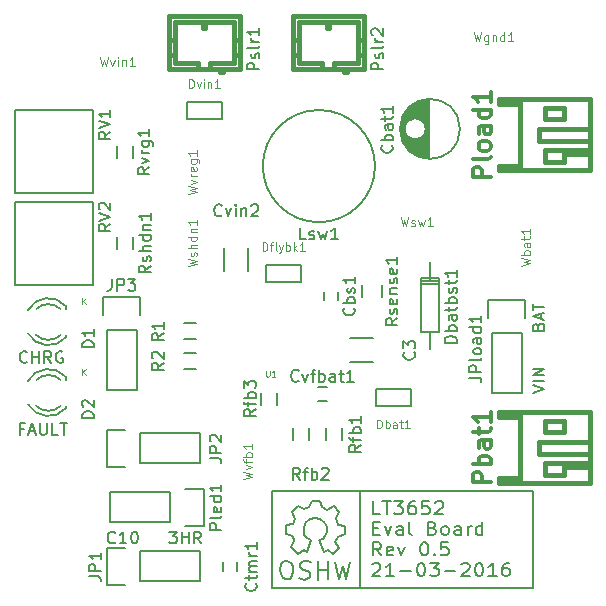
<source format=gbr>
G04 #@! TF.FileFunction,Legend,Top*
%FSLAX46Y46*%
G04 Gerber Fmt 4.6, Leading zero omitted, Abs format (unit mm)*
G04 Created by KiCad (PCBNEW 4.0.1-stable) date 22/03/2016 00:02:26*
%MOMM*%
G01*
G04 APERTURE LIST*
%ADD10C,0.100000*%
%ADD11C,0.200000*%
%ADD12C,0.150000*%
%ADD13C,0.381000*%
%ADD14C,0.075000*%
%ADD15C,0.304800*%
G04 APERTURE END LIST*
D10*
D11*
X154766000Y-114550000D02*
X153466000Y-114550000D01*
X154766000Y-106350000D02*
X154766000Y-114550000D01*
X153466000Y-106350000D02*
X154766000Y-106350000D01*
X140166000Y-106350000D02*
X140166000Y-114550000D01*
X132666000Y-114550000D02*
X132666000Y-106350000D01*
X153466000Y-114550000D02*
X132666000Y-114550000D01*
X132666000Y-106350000D02*
X153466000Y-106350000D01*
D12*
X155244571Y-92438095D02*
X155292190Y-92295238D01*
X155339810Y-92247619D01*
X155435048Y-92200000D01*
X155577905Y-92200000D01*
X155673143Y-92247619D01*
X155720762Y-92295238D01*
X155768381Y-92390476D01*
X155768381Y-92771429D01*
X154768381Y-92771429D01*
X154768381Y-92438095D01*
X154816000Y-92342857D01*
X154863619Y-92295238D01*
X154958857Y-92247619D01*
X155054095Y-92247619D01*
X155149333Y-92295238D01*
X155196952Y-92342857D01*
X155244571Y-92438095D01*
X155244571Y-92771429D01*
X155482667Y-91819048D02*
X155482667Y-91342857D01*
X155768381Y-91914286D02*
X154768381Y-91580953D01*
X155768381Y-91247619D01*
X154768381Y-91057143D02*
X154768381Y-90485714D01*
X155768381Y-90771429D02*
X154768381Y-90771429D01*
X154768381Y-98045238D02*
X155768381Y-97711905D01*
X154768381Y-97378571D01*
X155768381Y-97045238D02*
X154768381Y-97045238D01*
X155768381Y-96569048D02*
X154768381Y-96569048D01*
X155768381Y-95997619D01*
X154768381Y-95997619D01*
X111951715Y-95407143D02*
X111904096Y-95454762D01*
X111761239Y-95502381D01*
X111666001Y-95502381D01*
X111523143Y-95454762D01*
X111427905Y-95359524D01*
X111380286Y-95264286D01*
X111332667Y-95073810D01*
X111332667Y-94930952D01*
X111380286Y-94740476D01*
X111427905Y-94645238D01*
X111523143Y-94550000D01*
X111666001Y-94502381D01*
X111761239Y-94502381D01*
X111904096Y-94550000D01*
X111951715Y-94597619D01*
X112380286Y-95502381D02*
X112380286Y-94502381D01*
X112380286Y-94978571D02*
X112951715Y-94978571D01*
X112951715Y-95502381D02*
X112951715Y-94502381D01*
X113999334Y-95502381D02*
X113666000Y-95026190D01*
X113427905Y-95502381D02*
X113427905Y-94502381D01*
X113808858Y-94502381D01*
X113904096Y-94550000D01*
X113951715Y-94597619D01*
X113999334Y-94692857D01*
X113999334Y-94835714D01*
X113951715Y-94930952D01*
X113904096Y-94978571D01*
X113808858Y-95026190D01*
X113427905Y-95026190D01*
X114951715Y-94550000D02*
X114856477Y-94502381D01*
X114713620Y-94502381D01*
X114570762Y-94550000D01*
X114475524Y-94645238D01*
X114427905Y-94740476D01*
X114380286Y-94930952D01*
X114380286Y-95073810D01*
X114427905Y-95264286D01*
X114475524Y-95359524D01*
X114570762Y-95454762D01*
X114713620Y-95502381D01*
X114808858Y-95502381D01*
X114951715Y-95454762D01*
X114999334Y-95407143D01*
X114999334Y-95073810D01*
X114808858Y-95073810D01*
X111670762Y-101078571D02*
X111337428Y-101078571D01*
X111337428Y-101602381D02*
X111337428Y-100602381D01*
X111813619Y-100602381D01*
X112146952Y-101316667D02*
X112623143Y-101316667D01*
X112051714Y-101602381D02*
X112385047Y-100602381D01*
X112718381Y-101602381D01*
X113051714Y-100602381D02*
X113051714Y-101411905D01*
X113099333Y-101507143D01*
X113146952Y-101554762D01*
X113242190Y-101602381D01*
X113432667Y-101602381D01*
X113527905Y-101554762D01*
X113575524Y-101507143D01*
X113623143Y-101411905D01*
X113623143Y-100602381D01*
X114575524Y-101602381D02*
X114099333Y-101602381D01*
X114099333Y-100602381D01*
X114766000Y-100602381D02*
X115337429Y-100602381D01*
X115051714Y-101602381D02*
X115051714Y-100602381D01*
X119423143Y-110707143D02*
X119375524Y-110754762D01*
X119232667Y-110802381D01*
X119137429Y-110802381D01*
X118994571Y-110754762D01*
X118899333Y-110659524D01*
X118851714Y-110564286D01*
X118804095Y-110373810D01*
X118804095Y-110230952D01*
X118851714Y-110040476D01*
X118899333Y-109945238D01*
X118994571Y-109850000D01*
X119137429Y-109802381D01*
X119232667Y-109802381D01*
X119375524Y-109850000D01*
X119423143Y-109897619D01*
X120375524Y-110802381D02*
X119804095Y-110802381D01*
X120089809Y-110802381D02*
X120089809Y-109802381D01*
X119994571Y-109945238D01*
X119899333Y-110040476D01*
X119804095Y-110088095D01*
X120994571Y-109802381D02*
X121089810Y-109802381D01*
X121185048Y-109850000D01*
X121232667Y-109897619D01*
X121280286Y-109992857D01*
X121327905Y-110183333D01*
X121327905Y-110421429D01*
X121280286Y-110611905D01*
X121232667Y-110707143D01*
X121185048Y-110754762D01*
X121089810Y-110802381D01*
X120994571Y-110802381D01*
X120899333Y-110754762D01*
X120851714Y-110707143D01*
X120804095Y-110611905D01*
X120756476Y-110421429D01*
X120756476Y-110183333D01*
X120804095Y-109992857D01*
X120851714Y-109897619D01*
X120899333Y-109850000D01*
X120994571Y-109802381D01*
X124008857Y-109802381D02*
X124627905Y-109802381D01*
X124294571Y-110183333D01*
X124437429Y-110183333D01*
X124532667Y-110230952D01*
X124580286Y-110278571D01*
X124627905Y-110373810D01*
X124627905Y-110611905D01*
X124580286Y-110707143D01*
X124532667Y-110754762D01*
X124437429Y-110802381D01*
X124151714Y-110802381D01*
X124056476Y-110754762D01*
X124008857Y-110707143D01*
X125056476Y-110802381D02*
X125056476Y-109802381D01*
X125056476Y-110278571D02*
X125627905Y-110278571D01*
X125627905Y-110802381D02*
X125627905Y-109802381D01*
X126675524Y-110802381D02*
X126342190Y-110326190D01*
X126104095Y-110802381D02*
X126104095Y-109802381D01*
X126485048Y-109802381D01*
X126580286Y-109850000D01*
X126627905Y-109897619D01*
X126675524Y-109992857D01*
X126675524Y-110135714D01*
X126627905Y-110230952D01*
X126580286Y-110278571D01*
X126485048Y-110326190D01*
X126104095Y-110326190D01*
D11*
X141823143Y-108337619D02*
X141251714Y-108337619D01*
X141251714Y-107237619D01*
X142051715Y-107237619D02*
X142737429Y-107237619D01*
X142394572Y-108337619D02*
X142394572Y-107237619D01*
X143023144Y-107237619D02*
X143766001Y-107237619D01*
X143366001Y-107656667D01*
X143537429Y-107656667D01*
X143651715Y-107709048D01*
X143708858Y-107761429D01*
X143766001Y-107866190D01*
X143766001Y-108128095D01*
X143708858Y-108232857D01*
X143651715Y-108285238D01*
X143537429Y-108337619D01*
X143194572Y-108337619D01*
X143080286Y-108285238D01*
X143023144Y-108232857D01*
X144794572Y-107237619D02*
X144566001Y-107237619D01*
X144451715Y-107290000D01*
X144394572Y-107342381D01*
X144280286Y-107499524D01*
X144223143Y-107709048D01*
X144223143Y-108128095D01*
X144280286Y-108232857D01*
X144337429Y-108285238D01*
X144451715Y-108337619D01*
X144680286Y-108337619D01*
X144794572Y-108285238D01*
X144851715Y-108232857D01*
X144908858Y-108128095D01*
X144908858Y-107866190D01*
X144851715Y-107761429D01*
X144794572Y-107709048D01*
X144680286Y-107656667D01*
X144451715Y-107656667D01*
X144337429Y-107709048D01*
X144280286Y-107761429D01*
X144223143Y-107866190D01*
X145994572Y-107237619D02*
X145423143Y-107237619D01*
X145366000Y-107761429D01*
X145423143Y-107709048D01*
X145537429Y-107656667D01*
X145823143Y-107656667D01*
X145937429Y-107709048D01*
X145994572Y-107761429D01*
X146051715Y-107866190D01*
X146051715Y-108128095D01*
X145994572Y-108232857D01*
X145937429Y-108285238D01*
X145823143Y-108337619D01*
X145537429Y-108337619D01*
X145423143Y-108285238D01*
X145366000Y-108232857D01*
X146508857Y-107342381D02*
X146566000Y-107290000D01*
X146680286Y-107237619D01*
X146966000Y-107237619D01*
X147080286Y-107290000D01*
X147137429Y-107342381D01*
X147194572Y-107447143D01*
X147194572Y-107551905D01*
X147137429Y-107709048D01*
X146451715Y-108337619D01*
X147194572Y-108337619D01*
X141251714Y-109501429D02*
X141651714Y-109501429D01*
X141823143Y-110077619D02*
X141251714Y-110077619D01*
X141251714Y-108977619D01*
X141823143Y-108977619D01*
X142223143Y-109344286D02*
X142508857Y-110077619D01*
X142794571Y-109344286D01*
X143766000Y-110077619D02*
X143766000Y-109501429D01*
X143708857Y-109396667D01*
X143594571Y-109344286D01*
X143366000Y-109344286D01*
X143251714Y-109396667D01*
X143766000Y-110025238D02*
X143651714Y-110077619D01*
X143366000Y-110077619D01*
X143251714Y-110025238D01*
X143194571Y-109920476D01*
X143194571Y-109815714D01*
X143251714Y-109710952D01*
X143366000Y-109658571D01*
X143651714Y-109658571D01*
X143766000Y-109606190D01*
X144508857Y-110077619D02*
X144394571Y-110025238D01*
X144337428Y-109920476D01*
X144337428Y-108977619D01*
X146280285Y-109501429D02*
X146451714Y-109553810D01*
X146508857Y-109606190D01*
X146566000Y-109710952D01*
X146566000Y-109868095D01*
X146508857Y-109972857D01*
X146451714Y-110025238D01*
X146337428Y-110077619D01*
X145880285Y-110077619D01*
X145880285Y-108977619D01*
X146280285Y-108977619D01*
X146394571Y-109030000D01*
X146451714Y-109082381D01*
X146508857Y-109187143D01*
X146508857Y-109291905D01*
X146451714Y-109396667D01*
X146394571Y-109449048D01*
X146280285Y-109501429D01*
X145880285Y-109501429D01*
X147251714Y-110077619D02*
X147137428Y-110025238D01*
X147080285Y-109972857D01*
X147023142Y-109868095D01*
X147023142Y-109553810D01*
X147080285Y-109449048D01*
X147137428Y-109396667D01*
X147251714Y-109344286D01*
X147423142Y-109344286D01*
X147537428Y-109396667D01*
X147594571Y-109449048D01*
X147651714Y-109553810D01*
X147651714Y-109868095D01*
X147594571Y-109972857D01*
X147537428Y-110025238D01*
X147423142Y-110077619D01*
X147251714Y-110077619D01*
X148680285Y-110077619D02*
X148680285Y-109501429D01*
X148623142Y-109396667D01*
X148508856Y-109344286D01*
X148280285Y-109344286D01*
X148165999Y-109396667D01*
X148680285Y-110025238D02*
X148565999Y-110077619D01*
X148280285Y-110077619D01*
X148165999Y-110025238D01*
X148108856Y-109920476D01*
X148108856Y-109815714D01*
X148165999Y-109710952D01*
X148280285Y-109658571D01*
X148565999Y-109658571D01*
X148680285Y-109606190D01*
X149251713Y-110077619D02*
X149251713Y-109344286D01*
X149251713Y-109553810D02*
X149308856Y-109449048D01*
X149365999Y-109396667D01*
X149480285Y-109344286D01*
X149594570Y-109344286D01*
X150508856Y-110077619D02*
X150508856Y-108977619D01*
X150508856Y-110025238D02*
X150394570Y-110077619D01*
X150165999Y-110077619D01*
X150051713Y-110025238D01*
X149994570Y-109972857D01*
X149937427Y-109868095D01*
X149937427Y-109553810D01*
X149994570Y-109449048D01*
X150051713Y-109396667D01*
X150165999Y-109344286D01*
X150394570Y-109344286D01*
X150508856Y-109396667D01*
X141937429Y-111817619D02*
X141537429Y-111293810D01*
X141251714Y-111817619D02*
X141251714Y-110717619D01*
X141708857Y-110717619D01*
X141823143Y-110770000D01*
X141880286Y-110822381D01*
X141937429Y-110927143D01*
X141937429Y-111084286D01*
X141880286Y-111189048D01*
X141823143Y-111241429D01*
X141708857Y-111293810D01*
X141251714Y-111293810D01*
X142908857Y-111765238D02*
X142794571Y-111817619D01*
X142566000Y-111817619D01*
X142451714Y-111765238D01*
X142394571Y-111660476D01*
X142394571Y-111241429D01*
X142451714Y-111136667D01*
X142566000Y-111084286D01*
X142794571Y-111084286D01*
X142908857Y-111136667D01*
X142966000Y-111241429D01*
X142966000Y-111346190D01*
X142394571Y-111450952D01*
X143366000Y-111084286D02*
X143651714Y-111817619D01*
X143937428Y-111084286D01*
X145537429Y-110717619D02*
X145651714Y-110717619D01*
X145766000Y-110770000D01*
X145823143Y-110822381D01*
X145880286Y-110927143D01*
X145937429Y-111136667D01*
X145937429Y-111398571D01*
X145880286Y-111608095D01*
X145823143Y-111712857D01*
X145766000Y-111765238D01*
X145651714Y-111817619D01*
X145537429Y-111817619D01*
X145423143Y-111765238D01*
X145366000Y-111712857D01*
X145308857Y-111608095D01*
X145251714Y-111398571D01*
X145251714Y-111136667D01*
X145308857Y-110927143D01*
X145366000Y-110822381D01*
X145423143Y-110770000D01*
X145537429Y-110717619D01*
X146451714Y-111712857D02*
X146508857Y-111765238D01*
X146451714Y-111817619D01*
X146394571Y-111765238D01*
X146451714Y-111712857D01*
X146451714Y-111817619D01*
X147594572Y-110717619D02*
X147023143Y-110717619D01*
X146966000Y-111241429D01*
X147023143Y-111189048D01*
X147137429Y-111136667D01*
X147423143Y-111136667D01*
X147537429Y-111189048D01*
X147594572Y-111241429D01*
X147651715Y-111346190D01*
X147651715Y-111608095D01*
X147594572Y-111712857D01*
X147537429Y-111765238D01*
X147423143Y-111817619D01*
X147137429Y-111817619D01*
X147023143Y-111765238D01*
X146966000Y-111712857D01*
X141194571Y-112562381D02*
X141251714Y-112510000D01*
X141366000Y-112457619D01*
X141651714Y-112457619D01*
X141766000Y-112510000D01*
X141823143Y-112562381D01*
X141880286Y-112667143D01*
X141880286Y-112771905D01*
X141823143Y-112929048D01*
X141137429Y-113557619D01*
X141880286Y-113557619D01*
X143023143Y-113557619D02*
X142337428Y-113557619D01*
X142680286Y-113557619D02*
X142680286Y-112457619D01*
X142566000Y-112614762D01*
X142451714Y-112719524D01*
X142337428Y-112771905D01*
X143537428Y-113138571D02*
X144451714Y-113138571D01*
X145251714Y-112457619D02*
X145365999Y-112457619D01*
X145480285Y-112510000D01*
X145537428Y-112562381D01*
X145594571Y-112667143D01*
X145651714Y-112876667D01*
X145651714Y-113138571D01*
X145594571Y-113348095D01*
X145537428Y-113452857D01*
X145480285Y-113505238D01*
X145365999Y-113557619D01*
X145251714Y-113557619D01*
X145137428Y-113505238D01*
X145080285Y-113452857D01*
X145023142Y-113348095D01*
X144965999Y-113138571D01*
X144965999Y-112876667D01*
X145023142Y-112667143D01*
X145080285Y-112562381D01*
X145137428Y-112510000D01*
X145251714Y-112457619D01*
X146051714Y-112457619D02*
X146794571Y-112457619D01*
X146394571Y-112876667D01*
X146565999Y-112876667D01*
X146680285Y-112929048D01*
X146737428Y-112981429D01*
X146794571Y-113086190D01*
X146794571Y-113348095D01*
X146737428Y-113452857D01*
X146680285Y-113505238D01*
X146565999Y-113557619D01*
X146223142Y-113557619D01*
X146108856Y-113505238D01*
X146051714Y-113452857D01*
X147308856Y-113138571D02*
X148223142Y-113138571D01*
X148737427Y-112562381D02*
X148794570Y-112510000D01*
X148908856Y-112457619D01*
X149194570Y-112457619D01*
X149308856Y-112510000D01*
X149365999Y-112562381D01*
X149423142Y-112667143D01*
X149423142Y-112771905D01*
X149365999Y-112929048D01*
X148680285Y-113557619D01*
X149423142Y-113557619D01*
X150165999Y-112457619D02*
X150280284Y-112457619D01*
X150394570Y-112510000D01*
X150451713Y-112562381D01*
X150508856Y-112667143D01*
X150565999Y-112876667D01*
X150565999Y-113138571D01*
X150508856Y-113348095D01*
X150451713Y-113452857D01*
X150394570Y-113505238D01*
X150280284Y-113557619D01*
X150165999Y-113557619D01*
X150051713Y-113505238D01*
X149994570Y-113452857D01*
X149937427Y-113348095D01*
X149880284Y-113138571D01*
X149880284Y-112876667D01*
X149937427Y-112667143D01*
X149994570Y-112562381D01*
X150051713Y-112510000D01*
X150165999Y-112457619D01*
X151708856Y-113557619D02*
X151023141Y-113557619D01*
X151365999Y-113557619D02*
X151365999Y-112457619D01*
X151251713Y-112614762D01*
X151137427Y-112719524D01*
X151023141Y-112771905D01*
X152737427Y-112457619D02*
X152508856Y-112457619D01*
X152394570Y-112510000D01*
X152337427Y-112562381D01*
X152223141Y-112719524D01*
X152165998Y-112929048D01*
X152165998Y-113348095D01*
X152223141Y-113452857D01*
X152280284Y-113505238D01*
X152394570Y-113557619D01*
X152623141Y-113557619D01*
X152737427Y-113505238D01*
X152794570Y-113452857D01*
X152851713Y-113348095D01*
X152851713Y-113086190D01*
X152794570Y-112981429D01*
X152737427Y-112929048D01*
X152623141Y-112876667D01*
X152394570Y-112876667D01*
X152280284Y-112929048D01*
X152223141Y-112981429D01*
X152165998Y-113086190D01*
D12*
X121536000Y-104020000D02*
X126616000Y-104020000D01*
X126616000Y-104020000D02*
X126616000Y-101480000D01*
X126616000Y-101480000D02*
X121536000Y-101480000D01*
X118716000Y-101200000D02*
X120266000Y-101200000D01*
X121536000Y-101480000D02*
X121536000Y-104020000D01*
X120266000Y-104300000D02*
X118716000Y-104300000D01*
X118716000Y-104300000D02*
X118716000Y-101200000D01*
X125266000Y-92175000D02*
X126266000Y-92175000D01*
X126266000Y-93525000D02*
X125266000Y-93525000D01*
X125266000Y-94675000D02*
X126266000Y-94675000D01*
X126266000Y-96025000D02*
X125266000Y-96025000D01*
X137066000Y-90200000D02*
X137066000Y-89500000D01*
X138266000Y-89500000D02*
X138266000Y-90200000D01*
X121536000Y-114020000D02*
X126616000Y-114020000D01*
X126616000Y-114020000D02*
X126616000Y-111480000D01*
X126616000Y-111480000D02*
X121536000Y-111480000D01*
X118716000Y-111200000D02*
X120266000Y-111200000D01*
X121536000Y-111480000D02*
X121536000Y-114020000D01*
X120266000Y-114300000D02*
X118716000Y-114300000D01*
X118716000Y-114300000D02*
X118716000Y-111200000D01*
X124096000Y-106480000D02*
X119016000Y-106480000D01*
X119016000Y-106480000D02*
X119016000Y-109020000D01*
X119016000Y-109020000D02*
X124096000Y-109020000D01*
X126916000Y-109300000D02*
X125366000Y-109300000D01*
X124096000Y-109020000D02*
X124096000Y-106480000D01*
X125366000Y-106200000D02*
X126916000Y-106200000D01*
X126916000Y-106200000D02*
X126916000Y-109300000D01*
X137291000Y-102050000D02*
X137291000Y-101050000D01*
X138641000Y-101050000D02*
X138641000Y-102050000D01*
X134491000Y-102050000D02*
X134491000Y-101050000D01*
X135841000Y-101050000D02*
X135841000Y-102050000D01*
X133141000Y-98050000D02*
X133141000Y-99050000D01*
X131791000Y-99050000D02*
X131791000Y-98050000D01*
X118696000Y-92720000D02*
X118696000Y-97800000D01*
X118696000Y-97800000D02*
X121236000Y-97800000D01*
X121236000Y-97800000D02*
X121236000Y-92720000D01*
X121516000Y-89900000D02*
X121516000Y-91450000D01*
X121236000Y-92720000D02*
X118696000Y-92720000D01*
X118416000Y-91450000D02*
X118416000Y-89900000D01*
X118416000Y-89900000D02*
X121516000Y-89900000D01*
X137316000Y-98750000D02*
X136616000Y-98750000D01*
X136616000Y-97550000D02*
X137316000Y-97550000D01*
X145991000Y-78199000D02*
X145991000Y-73201000D01*
X145851000Y-78191000D02*
X145851000Y-73209000D01*
X145711000Y-78175000D02*
X145711000Y-75795000D01*
X145711000Y-75605000D02*
X145711000Y-73225000D01*
X145571000Y-78151000D02*
X145571000Y-76190000D01*
X145571000Y-75210000D02*
X145571000Y-73249000D01*
X145431000Y-78118000D02*
X145431000Y-76357000D01*
X145431000Y-75043000D02*
X145431000Y-73282000D01*
X145291000Y-78077000D02*
X145291000Y-76464000D01*
X145291000Y-74936000D02*
X145291000Y-73323000D01*
X145151000Y-78027000D02*
X145151000Y-76535000D01*
X145151000Y-74865000D02*
X145151000Y-73373000D01*
X145011000Y-77966000D02*
X145011000Y-76579000D01*
X145011000Y-74821000D02*
X145011000Y-73434000D01*
X144871000Y-77896000D02*
X144871000Y-76598000D01*
X144871000Y-74802000D02*
X144871000Y-73504000D01*
X144731000Y-77814000D02*
X144731000Y-76596000D01*
X144731000Y-74804000D02*
X144731000Y-73586000D01*
X144591000Y-77719000D02*
X144591000Y-76571000D01*
X144591000Y-74829000D02*
X144591000Y-73681000D01*
X144451000Y-77608000D02*
X144451000Y-76523000D01*
X144451000Y-74877000D02*
X144451000Y-73792000D01*
X144311000Y-77480000D02*
X144311000Y-76445000D01*
X144311000Y-74955000D02*
X144311000Y-73920000D01*
X144171000Y-77331000D02*
X144171000Y-76328000D01*
X144171000Y-75072000D02*
X144171000Y-74069000D01*
X144031000Y-77152000D02*
X144031000Y-76140000D01*
X144031000Y-75260000D02*
X144031000Y-74248000D01*
X143891000Y-76933000D02*
X143891000Y-74467000D01*
X143751000Y-76644000D02*
X143751000Y-74756000D01*
X143611000Y-76172000D02*
X143611000Y-75228000D01*
X145716000Y-75700000D02*
G75*
G03X145716000Y-75700000I-900000J0D01*
G01*
X148603500Y-75700000D02*
G75*
G03X148603500Y-75700000I-2537500J0D01*
G01*
X141266000Y-93425000D02*
X139266000Y-93425000D01*
X139266000Y-95475000D02*
X141266000Y-95475000D01*
X128566000Y-113100000D02*
X128566000Y-112400000D01*
X129766000Y-112400000D02*
X129766000Y-113100000D01*
X130691000Y-87750000D02*
X130691000Y-85750000D01*
X128641000Y-85750000D02*
X128641000Y-87750000D01*
D13*
X127065060Y-66648760D02*
X127065060Y-67149140D01*
X127065060Y-67149140D02*
X126866940Y-67149140D01*
X126866940Y-67149140D02*
X126866940Y-66648760D01*
X123966260Y-69450380D02*
X124466640Y-69450380D01*
X124466640Y-68149900D02*
X123966260Y-68149900D01*
X129465360Y-68149900D02*
X129965740Y-68149900D01*
X129465360Y-69450380D02*
X129965740Y-69450380D01*
X127466380Y-70649260D02*
X127466380Y-70148880D01*
X127466380Y-70148880D02*
X129465360Y-70148880D01*
X129465360Y-70148880D02*
X129465360Y-66648760D01*
X129465360Y-66648760D02*
X124466640Y-66648760D01*
X124466640Y-66648760D02*
X124466640Y-70148880D01*
X124466640Y-70148880D02*
X126465620Y-70148880D01*
X126465620Y-70148880D02*
X126465620Y-70649260D01*
X129965740Y-70649260D02*
X129965740Y-66150920D01*
X123966260Y-70649260D02*
X123966260Y-66150920D01*
X128266480Y-70649260D02*
X128266480Y-70849920D01*
X128266480Y-70849920D02*
X128566200Y-70849920D01*
X128566200Y-70849920D02*
X128566200Y-70649260D01*
X123966260Y-70649260D02*
X129965740Y-70649260D01*
X129965740Y-66150920D02*
X123966260Y-66150920D01*
D12*
X142016000Y-89950000D02*
X142016000Y-88950000D01*
X140316000Y-88950000D02*
X140316000Y-89950000D01*
X115265000Y-90736000D02*
X115265000Y-90936000D01*
X115265000Y-93330000D02*
X115265000Y-93150000D01*
X112037256Y-93019643D02*
G75*
G03X115265000Y-93336000I1727744J1003643D01*
G01*
X112712994Y-93149068D02*
G75*
G03X114816000Y-93150000I1052006J1133068D01*
G01*
X115252220Y-90709274D02*
G75*
G03X112015000Y-91056000I-1497220J-1306726D01*
G01*
X114778889Y-90936747D02*
G75*
G03X112731000Y-90956000I-1013889J-1079253D01*
G01*
X115265000Y-96736000D02*
X115265000Y-96936000D01*
X115265000Y-99330000D02*
X115265000Y-99150000D01*
X112037256Y-99019643D02*
G75*
G03X115265000Y-99336000I1727744J1003643D01*
G01*
X112712994Y-99149068D02*
G75*
G03X114816000Y-99150000I1052006J1133068D01*
G01*
X115252220Y-96709274D02*
G75*
G03X112015000Y-97056000I-1497220J-1306726D01*
G01*
X114778889Y-96936747D02*
G75*
G03X112731000Y-96956000I-1013889J-1079253D01*
G01*
X151296000Y-92970000D02*
X151296000Y-98050000D01*
X151296000Y-98050000D02*
X153836000Y-98050000D01*
X153836000Y-98050000D02*
X153836000Y-92970000D01*
X154116000Y-90150000D02*
X154116000Y-91700000D01*
X153836000Y-92970000D02*
X151296000Y-92970000D01*
X151016000Y-91700000D02*
X151016000Y-90150000D01*
X151016000Y-90150000D02*
X154116000Y-90150000D01*
X138034780Y-112339860D02*
X138395460Y-113810520D01*
X138395460Y-113810520D02*
X138674860Y-112748800D01*
X138674860Y-112748800D02*
X138984740Y-113820680D01*
X138984740Y-113820680D02*
X139325100Y-112370340D01*
X136614920Y-113030740D02*
X137404860Y-113020580D01*
X137404860Y-113020580D02*
X137415020Y-113030740D01*
X137415020Y-113030740D02*
X137415020Y-113020580D01*
X137455660Y-112309380D02*
X137455660Y-113851160D01*
X136566660Y-112299220D02*
X136566660Y-113868940D01*
X136566660Y-113868940D02*
X136576820Y-113858780D01*
X136015480Y-112400820D02*
X135664960Y-112319540D01*
X135664960Y-112319540D02*
X135344920Y-112309380D01*
X135344920Y-112309380D02*
X135106160Y-112510040D01*
X135106160Y-112510040D02*
X135075680Y-112779280D01*
X135075680Y-112779280D02*
X135316980Y-113020580D01*
X135316980Y-113020580D02*
X135705600Y-113150120D01*
X135705600Y-113150120D02*
X135885940Y-113310140D01*
X135885940Y-113310140D02*
X135926580Y-113609860D01*
X135926580Y-113609860D02*
X135695440Y-113830840D01*
X135695440Y-113830840D02*
X135375400Y-113858780D01*
X135375400Y-113858780D02*
X135024880Y-113749560D01*
X133986020Y-112299220D02*
X133737100Y-112319540D01*
X133737100Y-112319540D02*
X133495800Y-112560840D01*
X133495800Y-112560840D02*
X133406900Y-113051060D01*
X133406900Y-113051060D02*
X133434840Y-113399040D01*
X133434840Y-113399040D02*
X133635500Y-113719080D01*
X133635500Y-113719080D02*
X133886960Y-113841000D01*
X133886960Y-113841000D02*
X134196840Y-113769880D01*
X134196840Y-113769880D02*
X134415280Y-113589540D01*
X134415280Y-113589540D02*
X134486400Y-113129800D01*
X134486400Y-113129800D02*
X134435600Y-112720860D01*
X134435600Y-112720860D02*
X134326380Y-112438920D01*
X134326380Y-112438920D02*
X133965700Y-112309380D01*
X134585460Y-110579640D02*
X134326380Y-111140980D01*
X134326380Y-111140980D02*
X134864860Y-111659140D01*
X134864860Y-111659140D02*
X135385560Y-111389900D01*
X135385560Y-111389900D02*
X135664960Y-111549920D01*
X137105140Y-111529600D02*
X137435340Y-111339100D01*
X137435340Y-111339100D02*
X137874760Y-111669300D01*
X137874760Y-111669300D02*
X138347200Y-111179080D01*
X138347200Y-111179080D02*
X138065260Y-110699020D01*
X138065260Y-110699020D02*
X138255760Y-110229120D01*
X138255760Y-110229120D02*
X138865360Y-110041160D01*
X138865360Y-110041160D02*
X138865360Y-109360440D01*
X138865360Y-109360440D02*
X138306560Y-109220740D01*
X138306560Y-109220740D02*
X138105900Y-108649240D01*
X138105900Y-108649240D02*
X138375140Y-108179340D01*
X138375140Y-108179340D02*
X137905240Y-107668800D01*
X137905240Y-107668800D02*
X137387080Y-107930420D01*
X137387080Y-107930420D02*
X136917180Y-107729760D01*
X136917180Y-107729760D02*
X136747000Y-107188740D01*
X136747000Y-107188740D02*
X136056120Y-107170960D01*
X136056120Y-107170960D02*
X135845300Y-107719600D01*
X135845300Y-107719600D02*
X135426200Y-107889780D01*
X135426200Y-107889780D02*
X134875020Y-107620540D01*
X134875020Y-107620540D02*
X134356860Y-108148860D01*
X134356860Y-108148860D02*
X134605780Y-108689880D01*
X134605780Y-108689880D02*
X134435600Y-109169940D01*
X134435600Y-109169940D02*
X133886960Y-109269000D01*
X133886960Y-109269000D02*
X133876800Y-109970040D01*
X133876800Y-109970040D02*
X134435600Y-110170700D01*
X134435600Y-110170700D02*
X134575300Y-110569480D01*
X136716520Y-110549160D02*
X137016240Y-110399300D01*
X137016240Y-110399300D02*
X137216900Y-110201180D01*
X137216900Y-110201180D02*
X137366760Y-109799860D01*
X137366760Y-109799860D02*
X137366760Y-109401080D01*
X137366760Y-109401080D02*
X137216900Y-109050560D01*
X137216900Y-109050560D02*
X136764780Y-108700040D01*
X136764780Y-108700040D02*
X136315200Y-108649240D01*
X136315200Y-108649240D02*
X135916420Y-108750840D01*
X135916420Y-108750840D02*
X135515100Y-109098820D01*
X135515100Y-109098820D02*
X135365240Y-109550940D01*
X135365240Y-109550940D02*
X135416040Y-110048780D01*
X135416040Y-110048780D02*
X135664960Y-110351040D01*
X135664960Y-110351040D02*
X136015480Y-110549160D01*
X136015480Y-110549160D02*
X135664960Y-111549920D01*
X136716520Y-110549160D02*
X137115300Y-111549920D01*
D13*
X137565060Y-66648760D02*
X137565060Y-67149140D01*
X137565060Y-67149140D02*
X137366940Y-67149140D01*
X137366940Y-67149140D02*
X137366940Y-66648760D01*
X134466260Y-69450380D02*
X134966640Y-69450380D01*
X134966640Y-68149900D02*
X134466260Y-68149900D01*
X139965360Y-68149900D02*
X140465740Y-68149900D01*
X139965360Y-69450380D02*
X140465740Y-69450380D01*
X137966380Y-70649260D02*
X137966380Y-70148880D01*
X137966380Y-70148880D02*
X139965360Y-70148880D01*
X139965360Y-70148880D02*
X139965360Y-66648760D01*
X139965360Y-66648760D02*
X134966640Y-66648760D01*
X134966640Y-66648760D02*
X134966640Y-70148880D01*
X134966640Y-70148880D02*
X136965620Y-70148880D01*
X136965620Y-70148880D02*
X136965620Y-70649260D01*
X140465740Y-70649260D02*
X140465740Y-66150920D01*
X134466260Y-70649260D02*
X134466260Y-66150920D01*
X138766480Y-70649260D02*
X138766480Y-70849920D01*
X138766480Y-70849920D02*
X139066200Y-70849920D01*
X139066200Y-70849920D02*
X139066200Y-70649260D01*
X134466260Y-70649260D02*
X140465740Y-70649260D01*
X140465740Y-66150920D02*
X134466260Y-66150920D01*
D12*
X120941000Y-84850000D02*
X120941000Y-85850000D01*
X119591000Y-85850000D02*
X119591000Y-84850000D01*
X120941000Y-77150000D02*
X120941000Y-78150000D01*
X119591000Y-78150000D02*
X119591000Y-77150000D01*
X146068540Y-92916520D02*
X146068540Y-94313520D01*
X146068540Y-88471520D02*
X146068540Y-86947520D01*
X146830540Y-88852520D02*
X145306540Y-88852520D01*
X146830540Y-88598520D02*
X145306540Y-88598520D01*
X146068540Y-88344520D02*
X145306540Y-88344520D01*
X145306540Y-88344520D02*
X145306540Y-92916520D01*
X145306540Y-92916520D02*
X146830540Y-92916520D01*
X146830540Y-92916520D02*
X146830540Y-88344520D01*
X146830540Y-88344520D02*
X146068540Y-88344520D01*
X142966000Y-99150000D02*
X144466000Y-99150000D01*
X144466000Y-99150000D02*
X144466000Y-97750000D01*
X144466000Y-97750000D02*
X141466000Y-97750000D01*
X141466000Y-97750000D02*
X141466000Y-99150000D01*
X141466000Y-99150000D02*
X142966000Y-99150000D01*
X142966000Y-99150000D02*
X143016000Y-99150000D01*
X133666000Y-87250000D02*
X132166000Y-87250000D01*
X132166000Y-87250000D02*
X132166000Y-88650000D01*
X132166000Y-88650000D02*
X135166000Y-88650000D01*
X135166000Y-88650000D02*
X135166000Y-87250000D01*
X135166000Y-87250000D02*
X133666000Y-87250000D01*
X133666000Y-87250000D02*
X133616000Y-87250000D01*
X126966000Y-73450000D02*
X125466000Y-73450000D01*
X125466000Y-73450000D02*
X125466000Y-74850000D01*
X125466000Y-74850000D02*
X128466000Y-74850000D01*
X128466000Y-74850000D02*
X128466000Y-73450000D01*
X128466000Y-73450000D02*
X126966000Y-73450000D01*
X126966000Y-73450000D02*
X126916000Y-73450000D01*
X141416000Y-78850000D02*
G75*
G03X141416000Y-78850000I-4750000J0D01*
G01*
X110966000Y-74110000D02*
X117566000Y-74110000D01*
X117566000Y-74110000D02*
X117566000Y-81110000D01*
X117566000Y-81110000D02*
X110966000Y-81110000D01*
X110966000Y-81110000D02*
X110966000Y-74110000D01*
X110966000Y-81910000D02*
X117566000Y-81910000D01*
X117566000Y-81910000D02*
X117566000Y-88910000D01*
X117566000Y-88910000D02*
X110966000Y-88910000D01*
X110966000Y-88910000D02*
X110966000Y-81910000D01*
D13*
X157415560Y-104000480D02*
X159615200Y-104000480D01*
X159615200Y-104000480D02*
X159615200Y-104300200D01*
X159615200Y-104300200D02*
X157415560Y-104300200D01*
X155314980Y-102199620D02*
X159615200Y-102199620D01*
X155314980Y-103200380D02*
X159615200Y-103200380D01*
X155314980Y-102199620D02*
X155314980Y-103200380D01*
X157415560Y-101402060D02*
X155815360Y-101402060D01*
X157415560Y-100401300D02*
X157415560Y-101402060D01*
X155815360Y-100401300D02*
X157415560Y-100401300D01*
X155815360Y-101402060D02*
X155815360Y-100401300D01*
X155815360Y-105001240D02*
X155815360Y-104000480D01*
X155815360Y-104000480D02*
X157415560Y-104000480D01*
X157415560Y-104000480D02*
X157415560Y-105001240D01*
X157415560Y-105001240D02*
X155815360Y-105001240D01*
X153714780Y-99700260D02*
X153714780Y-105699740D01*
X151916460Y-99900920D02*
X153714780Y-99900920D01*
X151916460Y-105499080D02*
X153714780Y-105499080D01*
X159615200Y-105699740D02*
X159615200Y-99700260D01*
X159615200Y-99700260D02*
X151916460Y-99700260D01*
X151916460Y-99700260D02*
X151916460Y-100099040D01*
X151916460Y-100099040D02*
X153714780Y-100099040D01*
X153714780Y-105300960D02*
X151916460Y-105300960D01*
X151916460Y-105300960D02*
X151916460Y-105699740D01*
X151916460Y-105699740D02*
X159615200Y-105699740D01*
X157415560Y-77500480D02*
X159615200Y-77500480D01*
X159615200Y-77500480D02*
X159615200Y-77800200D01*
X159615200Y-77800200D02*
X157415560Y-77800200D01*
X155314980Y-75699620D02*
X159615200Y-75699620D01*
X155314980Y-76700380D02*
X159615200Y-76700380D01*
X155314980Y-75699620D02*
X155314980Y-76700380D01*
X157415560Y-74902060D02*
X155815360Y-74902060D01*
X157415560Y-73901300D02*
X157415560Y-74902060D01*
X155815360Y-73901300D02*
X157415560Y-73901300D01*
X155815360Y-74902060D02*
X155815360Y-73901300D01*
X155815360Y-78501240D02*
X155815360Y-77500480D01*
X155815360Y-77500480D02*
X157415560Y-77500480D01*
X157415560Y-77500480D02*
X157415560Y-78501240D01*
X157415560Y-78501240D02*
X155815360Y-78501240D01*
X153714780Y-73200260D02*
X153714780Y-79199740D01*
X151916460Y-73400920D02*
X153714780Y-73400920D01*
X151916460Y-78999080D02*
X153714780Y-78999080D01*
X159615200Y-79199740D02*
X159615200Y-73200260D01*
X159615200Y-73200260D02*
X151916460Y-73200260D01*
X151916460Y-73200260D02*
X151916460Y-73599040D01*
X151916460Y-73599040D02*
X153714780Y-73599040D01*
X153714780Y-78800960D02*
X151916460Y-78800960D01*
X151916460Y-78800960D02*
X151916460Y-79199740D01*
X151916460Y-79199740D02*
X159615200Y-79199740D01*
D12*
X127418381Y-103583333D02*
X128132667Y-103583333D01*
X128275524Y-103630953D01*
X128370762Y-103726191D01*
X128418381Y-103869048D01*
X128418381Y-103964286D01*
X128418381Y-103107143D02*
X127418381Y-103107143D01*
X127418381Y-102726190D01*
X127466000Y-102630952D01*
X127513619Y-102583333D01*
X127608857Y-102535714D01*
X127751714Y-102535714D01*
X127846952Y-102583333D01*
X127894571Y-102630952D01*
X127942190Y-102726190D01*
X127942190Y-103107143D01*
X127513619Y-102154762D02*
X127466000Y-102107143D01*
X127418381Y-102011905D01*
X127418381Y-101773809D01*
X127466000Y-101678571D01*
X127513619Y-101630952D01*
X127608857Y-101583333D01*
X127704095Y-101583333D01*
X127846952Y-101630952D01*
X128418381Y-102202381D01*
X128418381Y-101583333D01*
X123518381Y-93016666D02*
X123042190Y-93350000D01*
X123518381Y-93588095D02*
X122518381Y-93588095D01*
X122518381Y-93207142D01*
X122566000Y-93111904D01*
X122613619Y-93064285D01*
X122708857Y-93016666D01*
X122851714Y-93016666D01*
X122946952Y-93064285D01*
X122994571Y-93111904D01*
X123042190Y-93207142D01*
X123042190Y-93588095D01*
X123518381Y-92064285D02*
X123518381Y-92635714D01*
X123518381Y-92350000D02*
X122518381Y-92350000D01*
X122661238Y-92445238D01*
X122756476Y-92540476D01*
X122804095Y-92635714D01*
X123518381Y-95516666D02*
X123042190Y-95850000D01*
X123518381Y-96088095D02*
X122518381Y-96088095D01*
X122518381Y-95707142D01*
X122566000Y-95611904D01*
X122613619Y-95564285D01*
X122708857Y-95516666D01*
X122851714Y-95516666D01*
X122946952Y-95564285D01*
X122994571Y-95611904D01*
X123042190Y-95707142D01*
X123042190Y-96088095D01*
X122613619Y-95135714D02*
X122566000Y-95088095D01*
X122518381Y-94992857D01*
X122518381Y-94754761D01*
X122566000Y-94659523D01*
X122613619Y-94611904D01*
X122708857Y-94564285D01*
X122804095Y-94564285D01*
X122946952Y-94611904D01*
X123518381Y-95183333D01*
X123518381Y-94564285D01*
X139623143Y-90873809D02*
X139670762Y-90921428D01*
X139718381Y-91064285D01*
X139718381Y-91159523D01*
X139670762Y-91302381D01*
X139575524Y-91397619D01*
X139480286Y-91445238D01*
X139289810Y-91492857D01*
X139146952Y-91492857D01*
X138956476Y-91445238D01*
X138861238Y-91397619D01*
X138766000Y-91302381D01*
X138718381Y-91159523D01*
X138718381Y-91064285D01*
X138766000Y-90921428D01*
X138813619Y-90873809D01*
X139718381Y-90445238D02*
X138718381Y-90445238D01*
X139099333Y-90445238D02*
X139051714Y-90350000D01*
X139051714Y-90159523D01*
X139099333Y-90064285D01*
X139146952Y-90016666D01*
X139242190Y-89969047D01*
X139527905Y-89969047D01*
X139623143Y-90016666D01*
X139670762Y-90064285D01*
X139718381Y-90159523D01*
X139718381Y-90350000D01*
X139670762Y-90445238D01*
X139670762Y-89588095D02*
X139718381Y-89492857D01*
X139718381Y-89302381D01*
X139670762Y-89207142D01*
X139575524Y-89159523D01*
X139527905Y-89159523D01*
X139432667Y-89207142D01*
X139385048Y-89302381D01*
X139385048Y-89445238D01*
X139337429Y-89540476D01*
X139242190Y-89588095D01*
X139194571Y-89588095D01*
X139099333Y-89540476D01*
X139051714Y-89445238D01*
X139051714Y-89302381D01*
X139099333Y-89207142D01*
X139718381Y-88207142D02*
X139718381Y-88778571D01*
X139718381Y-88492857D02*
X138718381Y-88492857D01*
X138861238Y-88588095D01*
X138956476Y-88683333D01*
X139004095Y-88778571D01*
X117218381Y-113583333D02*
X117932667Y-113583333D01*
X118075524Y-113630953D01*
X118170762Y-113726191D01*
X118218381Y-113869048D01*
X118218381Y-113964286D01*
X118218381Y-113107143D02*
X117218381Y-113107143D01*
X117218381Y-112726190D01*
X117266000Y-112630952D01*
X117313619Y-112583333D01*
X117408857Y-112535714D01*
X117551714Y-112535714D01*
X117646952Y-112583333D01*
X117694571Y-112630952D01*
X117742190Y-112726190D01*
X117742190Y-113107143D01*
X118218381Y-111583333D02*
X118218381Y-112154762D01*
X118218381Y-111869048D02*
X117218381Y-111869048D01*
X117361238Y-111964286D01*
X117456476Y-112059524D01*
X117504095Y-112154762D01*
X128418381Y-109630953D02*
X127418381Y-109630953D01*
X127418381Y-109250000D01*
X127466000Y-109154762D01*
X127513619Y-109107143D01*
X127608857Y-109059524D01*
X127751714Y-109059524D01*
X127846952Y-109107143D01*
X127894571Y-109154762D01*
X127942190Y-109250000D01*
X127942190Y-109630953D01*
X128418381Y-108488096D02*
X128370762Y-108583334D01*
X128275524Y-108630953D01*
X127418381Y-108630953D01*
X128370762Y-107726190D02*
X128418381Y-107821428D01*
X128418381Y-108011905D01*
X128370762Y-108107143D01*
X128275524Y-108154762D01*
X127894571Y-108154762D01*
X127799333Y-108107143D01*
X127751714Y-108011905D01*
X127751714Y-107821428D01*
X127799333Y-107726190D01*
X127894571Y-107678571D01*
X127989810Y-107678571D01*
X128085048Y-108154762D01*
X128418381Y-106821428D02*
X127418381Y-106821428D01*
X128370762Y-106821428D02*
X128418381Y-106916666D01*
X128418381Y-107107143D01*
X128370762Y-107202381D01*
X128323143Y-107250000D01*
X128227905Y-107297619D01*
X127942190Y-107297619D01*
X127846952Y-107250000D01*
X127799333Y-107202381D01*
X127751714Y-107107143D01*
X127751714Y-106916666D01*
X127799333Y-106821428D01*
X128418381Y-105821428D02*
X128418381Y-106392857D01*
X128418381Y-106107143D02*
X127418381Y-106107143D01*
X127561238Y-106202381D01*
X127656476Y-106297619D01*
X127704095Y-106392857D01*
X140218381Y-102454762D02*
X139742190Y-102788096D01*
X140218381Y-103026191D02*
X139218381Y-103026191D01*
X139218381Y-102645238D01*
X139266000Y-102550000D01*
X139313619Y-102502381D01*
X139408857Y-102454762D01*
X139551714Y-102454762D01*
X139646952Y-102502381D01*
X139694571Y-102550000D01*
X139742190Y-102645238D01*
X139742190Y-103026191D01*
X139551714Y-102169048D02*
X139551714Y-101788096D01*
X140218381Y-102026191D02*
X139361238Y-102026191D01*
X139266000Y-101978572D01*
X139218381Y-101883334D01*
X139218381Y-101788096D01*
X140218381Y-101454762D02*
X139218381Y-101454762D01*
X139599333Y-101454762D02*
X139551714Y-101359524D01*
X139551714Y-101169047D01*
X139599333Y-101073809D01*
X139646952Y-101026190D01*
X139742190Y-100978571D01*
X140027905Y-100978571D01*
X140123143Y-101026190D01*
X140170762Y-101073809D01*
X140218381Y-101169047D01*
X140218381Y-101359524D01*
X140170762Y-101454762D01*
X140218381Y-100026190D02*
X140218381Y-100597619D01*
X140218381Y-100311905D02*
X139218381Y-100311905D01*
X139361238Y-100407143D01*
X139456476Y-100502381D01*
X139504095Y-100597619D01*
X135061238Y-105402381D02*
X134727904Y-104926190D01*
X134489809Y-105402381D02*
X134489809Y-104402381D01*
X134870762Y-104402381D01*
X134966000Y-104450000D01*
X135013619Y-104497619D01*
X135061238Y-104592857D01*
X135061238Y-104735714D01*
X135013619Y-104830952D01*
X134966000Y-104878571D01*
X134870762Y-104926190D01*
X134489809Y-104926190D01*
X135346952Y-104735714D02*
X135727904Y-104735714D01*
X135489809Y-105402381D02*
X135489809Y-104545238D01*
X135537428Y-104450000D01*
X135632666Y-104402381D01*
X135727904Y-104402381D01*
X136061238Y-105402381D02*
X136061238Y-104402381D01*
X136061238Y-104783333D02*
X136156476Y-104735714D01*
X136346953Y-104735714D01*
X136442191Y-104783333D01*
X136489810Y-104830952D01*
X136537429Y-104926190D01*
X136537429Y-105211905D01*
X136489810Y-105307143D01*
X136442191Y-105354762D01*
X136346953Y-105402381D01*
X136156476Y-105402381D01*
X136061238Y-105354762D01*
X136918381Y-104497619D02*
X136966000Y-104450000D01*
X137061238Y-104402381D01*
X137299334Y-104402381D01*
X137394572Y-104450000D01*
X137442191Y-104497619D01*
X137489810Y-104592857D01*
X137489810Y-104688095D01*
X137442191Y-104830952D01*
X136870762Y-105402381D01*
X137489810Y-105402381D01*
X131318381Y-99454762D02*
X130842190Y-99788096D01*
X131318381Y-100026191D02*
X130318381Y-100026191D01*
X130318381Y-99645238D01*
X130366000Y-99550000D01*
X130413619Y-99502381D01*
X130508857Y-99454762D01*
X130651714Y-99454762D01*
X130746952Y-99502381D01*
X130794571Y-99550000D01*
X130842190Y-99645238D01*
X130842190Y-100026191D01*
X130651714Y-99169048D02*
X130651714Y-98788096D01*
X131318381Y-99026191D02*
X130461238Y-99026191D01*
X130366000Y-98978572D01*
X130318381Y-98883334D01*
X130318381Y-98788096D01*
X131318381Y-98454762D02*
X130318381Y-98454762D01*
X130699333Y-98454762D02*
X130651714Y-98359524D01*
X130651714Y-98169047D01*
X130699333Y-98073809D01*
X130746952Y-98026190D01*
X130842190Y-97978571D01*
X131127905Y-97978571D01*
X131223143Y-98026190D01*
X131270762Y-98073809D01*
X131318381Y-98169047D01*
X131318381Y-98359524D01*
X131270762Y-98454762D01*
X130318381Y-97645238D02*
X130318381Y-97026190D01*
X130699333Y-97359524D01*
X130699333Y-97216666D01*
X130746952Y-97121428D01*
X130794571Y-97073809D01*
X130889810Y-97026190D01*
X131127905Y-97026190D01*
X131223143Y-97073809D01*
X131270762Y-97121428D01*
X131318381Y-97216666D01*
X131318381Y-97502381D01*
X131270762Y-97597619D01*
X131223143Y-97645238D01*
X119132667Y-88402381D02*
X119132667Y-89116667D01*
X119085047Y-89259524D01*
X118989809Y-89354762D01*
X118846952Y-89402381D01*
X118751714Y-89402381D01*
X119608857Y-89402381D02*
X119608857Y-88402381D01*
X119989810Y-88402381D01*
X120085048Y-88450000D01*
X120132667Y-88497619D01*
X120180286Y-88592857D01*
X120180286Y-88735714D01*
X120132667Y-88830952D01*
X120085048Y-88878571D01*
X119989810Y-88926190D01*
X119608857Y-88926190D01*
X120513619Y-88402381D02*
X121132667Y-88402381D01*
X120799333Y-88783333D01*
X120942191Y-88783333D01*
X121037429Y-88830952D01*
X121085048Y-88878571D01*
X121132667Y-88973810D01*
X121132667Y-89211905D01*
X121085048Y-89307143D01*
X121037429Y-89354762D01*
X120942191Y-89402381D01*
X120656476Y-89402381D01*
X120561238Y-89354762D01*
X120513619Y-89307143D01*
X134942190Y-97007143D02*
X134894571Y-97054762D01*
X134751714Y-97102381D01*
X134656476Y-97102381D01*
X134513618Y-97054762D01*
X134418380Y-96959524D01*
X134370761Y-96864286D01*
X134323142Y-96673810D01*
X134323142Y-96530952D01*
X134370761Y-96340476D01*
X134418380Y-96245238D01*
X134513618Y-96150000D01*
X134656476Y-96102381D01*
X134751714Y-96102381D01*
X134894571Y-96150000D01*
X134942190Y-96197619D01*
X135275523Y-96435714D02*
X135513618Y-97102381D01*
X135751714Y-96435714D01*
X135989809Y-96435714D02*
X136370761Y-96435714D01*
X136132666Y-97102381D02*
X136132666Y-96245238D01*
X136180285Y-96150000D01*
X136275523Y-96102381D01*
X136370761Y-96102381D01*
X136704095Y-97102381D02*
X136704095Y-96102381D01*
X136704095Y-96483333D02*
X136799333Y-96435714D01*
X136989810Y-96435714D01*
X137085048Y-96483333D01*
X137132667Y-96530952D01*
X137180286Y-96626190D01*
X137180286Y-96911905D01*
X137132667Y-97007143D01*
X137085048Y-97054762D01*
X136989810Y-97102381D01*
X136799333Y-97102381D01*
X136704095Y-97054762D01*
X138037429Y-97102381D02*
X138037429Y-96578571D01*
X137989810Y-96483333D01*
X137894572Y-96435714D01*
X137704095Y-96435714D01*
X137608857Y-96483333D01*
X138037429Y-97054762D02*
X137942191Y-97102381D01*
X137704095Y-97102381D01*
X137608857Y-97054762D01*
X137561238Y-96959524D01*
X137561238Y-96864286D01*
X137608857Y-96769048D01*
X137704095Y-96721429D01*
X137942191Y-96721429D01*
X138037429Y-96673810D01*
X138370762Y-96435714D02*
X138751714Y-96435714D01*
X138513619Y-96102381D02*
X138513619Y-96959524D01*
X138561238Y-97054762D01*
X138656476Y-97102381D01*
X138751714Y-97102381D01*
X139608858Y-97102381D02*
X139037429Y-97102381D01*
X139323143Y-97102381D02*
X139323143Y-96102381D01*
X139227905Y-96245238D01*
X139132667Y-96340476D01*
X139037429Y-96388095D01*
X142837143Y-77087143D02*
X142884762Y-77134762D01*
X142932381Y-77277619D01*
X142932381Y-77372857D01*
X142884762Y-77515715D01*
X142789524Y-77610953D01*
X142694286Y-77658572D01*
X142503810Y-77706191D01*
X142360952Y-77706191D01*
X142170476Y-77658572D01*
X142075238Y-77610953D01*
X141980000Y-77515715D01*
X141932381Y-77372857D01*
X141932381Y-77277619D01*
X141980000Y-77134762D01*
X142027619Y-77087143D01*
X142932381Y-76658572D02*
X141932381Y-76658572D01*
X142313333Y-76658572D02*
X142265714Y-76563334D01*
X142265714Y-76372857D01*
X142313333Y-76277619D01*
X142360952Y-76230000D01*
X142456190Y-76182381D01*
X142741905Y-76182381D01*
X142837143Y-76230000D01*
X142884762Y-76277619D01*
X142932381Y-76372857D01*
X142932381Y-76563334D01*
X142884762Y-76658572D01*
X142932381Y-75325238D02*
X142408571Y-75325238D01*
X142313333Y-75372857D01*
X142265714Y-75468095D01*
X142265714Y-75658572D01*
X142313333Y-75753810D01*
X142884762Y-75325238D02*
X142932381Y-75420476D01*
X142932381Y-75658572D01*
X142884762Y-75753810D01*
X142789524Y-75801429D01*
X142694286Y-75801429D01*
X142599048Y-75753810D01*
X142551429Y-75658572D01*
X142551429Y-75420476D01*
X142503810Y-75325238D01*
X142265714Y-74991905D02*
X142265714Y-74610953D01*
X141932381Y-74849048D02*
X142789524Y-74849048D01*
X142884762Y-74801429D01*
X142932381Y-74706191D01*
X142932381Y-74610953D01*
X142932381Y-73753809D02*
X142932381Y-74325238D01*
X142932381Y-74039524D02*
X141932381Y-74039524D01*
X142075238Y-74134762D01*
X142170476Y-74230000D01*
X142218095Y-74325238D01*
X144723143Y-94616666D02*
X144770762Y-94664285D01*
X144818381Y-94807142D01*
X144818381Y-94902380D01*
X144770762Y-95045238D01*
X144675524Y-95140476D01*
X144580286Y-95188095D01*
X144389810Y-95235714D01*
X144246952Y-95235714D01*
X144056476Y-95188095D01*
X143961238Y-95140476D01*
X143866000Y-95045238D01*
X143818381Y-94902380D01*
X143818381Y-94807142D01*
X143866000Y-94664285D01*
X143913619Y-94616666D01*
X143818381Y-94283333D02*
X143818381Y-93664285D01*
X144199333Y-93997619D01*
X144199333Y-93854761D01*
X144246952Y-93759523D01*
X144294571Y-93711904D01*
X144389810Y-93664285D01*
X144627905Y-93664285D01*
X144723143Y-93711904D01*
X144770762Y-93759523D01*
X144818381Y-93854761D01*
X144818381Y-94140476D01*
X144770762Y-94235714D01*
X144723143Y-94283333D01*
X131323143Y-114178571D02*
X131370762Y-114226190D01*
X131418381Y-114369047D01*
X131418381Y-114464285D01*
X131370762Y-114607143D01*
X131275524Y-114702381D01*
X131180286Y-114750000D01*
X130989810Y-114797619D01*
X130846952Y-114797619D01*
X130656476Y-114750000D01*
X130561238Y-114702381D01*
X130466000Y-114607143D01*
X130418381Y-114464285D01*
X130418381Y-114369047D01*
X130466000Y-114226190D01*
X130513619Y-114178571D01*
X130751714Y-113892857D02*
X130751714Y-113511905D01*
X130418381Y-113750000D02*
X131275524Y-113750000D01*
X131370762Y-113702381D01*
X131418381Y-113607143D01*
X131418381Y-113511905D01*
X131418381Y-113178571D02*
X130751714Y-113178571D01*
X130846952Y-113178571D02*
X130799333Y-113130952D01*
X130751714Y-113035714D01*
X130751714Y-112892856D01*
X130799333Y-112797618D01*
X130894571Y-112749999D01*
X131418381Y-112749999D01*
X130894571Y-112749999D02*
X130799333Y-112702380D01*
X130751714Y-112607142D01*
X130751714Y-112464285D01*
X130799333Y-112369047D01*
X130894571Y-112321428D01*
X131418381Y-112321428D01*
X131418381Y-111845238D02*
X130751714Y-111845238D01*
X130942190Y-111845238D02*
X130846952Y-111797619D01*
X130799333Y-111750000D01*
X130751714Y-111654762D01*
X130751714Y-111559523D01*
X131418381Y-110702380D02*
X131418381Y-111273809D01*
X131418381Y-110988095D02*
X130418381Y-110988095D01*
X130561238Y-111083333D01*
X130656476Y-111178571D01*
X130704095Y-111273809D01*
X128427905Y-83007143D02*
X128380286Y-83054762D01*
X128237429Y-83102381D01*
X128142191Y-83102381D01*
X127999333Y-83054762D01*
X127904095Y-82959524D01*
X127856476Y-82864286D01*
X127808857Y-82673810D01*
X127808857Y-82530952D01*
X127856476Y-82340476D01*
X127904095Y-82245238D01*
X127999333Y-82150000D01*
X128142191Y-82102381D01*
X128237429Y-82102381D01*
X128380286Y-82150000D01*
X128427905Y-82197619D01*
X128761238Y-82435714D02*
X128999333Y-83102381D01*
X129237429Y-82435714D01*
X129618381Y-83102381D02*
X129618381Y-82435714D01*
X129618381Y-82102381D02*
X129570762Y-82150000D01*
X129618381Y-82197619D01*
X129666000Y-82150000D01*
X129618381Y-82102381D01*
X129618381Y-82197619D01*
X130094571Y-82435714D02*
X130094571Y-83102381D01*
X130094571Y-82530952D02*
X130142190Y-82483333D01*
X130237428Y-82435714D01*
X130380286Y-82435714D01*
X130475524Y-82483333D01*
X130523143Y-82578571D01*
X130523143Y-83102381D01*
X130951714Y-82197619D02*
X130999333Y-82150000D01*
X131094571Y-82102381D01*
X131332667Y-82102381D01*
X131427905Y-82150000D01*
X131475524Y-82197619D01*
X131523143Y-82292857D01*
X131523143Y-82388095D01*
X131475524Y-82530952D01*
X130904095Y-83102381D01*
X131523143Y-83102381D01*
X131618381Y-70664286D02*
X130618381Y-70664286D01*
X130618381Y-70283333D01*
X130666000Y-70188095D01*
X130713619Y-70140476D01*
X130808857Y-70092857D01*
X130951714Y-70092857D01*
X131046952Y-70140476D01*
X131094571Y-70188095D01*
X131142190Y-70283333D01*
X131142190Y-70664286D01*
X131570762Y-69711905D02*
X131618381Y-69616667D01*
X131618381Y-69426191D01*
X131570762Y-69330952D01*
X131475524Y-69283333D01*
X131427905Y-69283333D01*
X131332667Y-69330952D01*
X131285048Y-69426191D01*
X131285048Y-69569048D01*
X131237429Y-69664286D01*
X131142190Y-69711905D01*
X131094571Y-69711905D01*
X130999333Y-69664286D01*
X130951714Y-69569048D01*
X130951714Y-69426191D01*
X130999333Y-69330952D01*
X131618381Y-68711905D02*
X131570762Y-68807143D01*
X131475524Y-68854762D01*
X130618381Y-68854762D01*
X131618381Y-68330952D02*
X130951714Y-68330952D01*
X131142190Y-68330952D02*
X131046952Y-68283333D01*
X130999333Y-68235714D01*
X130951714Y-68140476D01*
X130951714Y-68045237D01*
X131618381Y-67188094D02*
X131618381Y-67759523D01*
X131618381Y-67473809D02*
X130618381Y-67473809D01*
X130761238Y-67569047D01*
X130856476Y-67664285D01*
X130904095Y-67759523D01*
X143318381Y-91735714D02*
X142842190Y-92069048D01*
X143318381Y-92307143D02*
X142318381Y-92307143D01*
X142318381Y-91926190D01*
X142366000Y-91830952D01*
X142413619Y-91783333D01*
X142508857Y-91735714D01*
X142651714Y-91735714D01*
X142746952Y-91783333D01*
X142794571Y-91830952D01*
X142842190Y-91926190D01*
X142842190Y-92307143D01*
X143270762Y-91354762D02*
X143318381Y-91259524D01*
X143318381Y-91069048D01*
X143270762Y-90973809D01*
X143175524Y-90926190D01*
X143127905Y-90926190D01*
X143032667Y-90973809D01*
X142985048Y-91069048D01*
X142985048Y-91211905D01*
X142937429Y-91307143D01*
X142842190Y-91354762D01*
X142794571Y-91354762D01*
X142699333Y-91307143D01*
X142651714Y-91211905D01*
X142651714Y-91069048D01*
X142699333Y-90973809D01*
X143270762Y-90116666D02*
X143318381Y-90211904D01*
X143318381Y-90402381D01*
X143270762Y-90497619D01*
X143175524Y-90545238D01*
X142794571Y-90545238D01*
X142699333Y-90497619D01*
X142651714Y-90402381D01*
X142651714Y-90211904D01*
X142699333Y-90116666D01*
X142794571Y-90069047D01*
X142889810Y-90069047D01*
X142985048Y-90545238D01*
X142651714Y-89640476D02*
X143318381Y-89640476D01*
X142746952Y-89640476D02*
X142699333Y-89592857D01*
X142651714Y-89497619D01*
X142651714Y-89354761D01*
X142699333Y-89259523D01*
X142794571Y-89211904D01*
X143318381Y-89211904D01*
X143270762Y-88783333D02*
X143318381Y-88688095D01*
X143318381Y-88497619D01*
X143270762Y-88402380D01*
X143175524Y-88354761D01*
X143127905Y-88354761D01*
X143032667Y-88402380D01*
X142985048Y-88497619D01*
X142985048Y-88640476D01*
X142937429Y-88735714D01*
X142842190Y-88783333D01*
X142794571Y-88783333D01*
X142699333Y-88735714D01*
X142651714Y-88640476D01*
X142651714Y-88497619D01*
X142699333Y-88402380D01*
X143270762Y-87545237D02*
X143318381Y-87640475D01*
X143318381Y-87830952D01*
X143270762Y-87926190D01*
X143175524Y-87973809D01*
X142794571Y-87973809D01*
X142699333Y-87926190D01*
X142651714Y-87830952D01*
X142651714Y-87640475D01*
X142699333Y-87545237D01*
X142794571Y-87497618D01*
X142889810Y-87497618D01*
X142985048Y-87973809D01*
X143318381Y-86545237D02*
X143318381Y-87116666D01*
X143318381Y-86830952D02*
X142318381Y-86830952D01*
X142461238Y-86926190D01*
X142556476Y-87021428D01*
X142604095Y-87116666D01*
X117618381Y-94188095D02*
X116618381Y-94188095D01*
X116618381Y-93950000D01*
X116666000Y-93807142D01*
X116761238Y-93711904D01*
X116856476Y-93664285D01*
X117046952Y-93616666D01*
X117189810Y-93616666D01*
X117380286Y-93664285D01*
X117475524Y-93711904D01*
X117570762Y-93807142D01*
X117618381Y-93950000D01*
X117618381Y-94188095D01*
X117618381Y-92664285D02*
X117618381Y-93235714D01*
X117618381Y-92950000D02*
X116618381Y-92950000D01*
X116761238Y-93045238D01*
X116856476Y-93140476D01*
X116904095Y-93235714D01*
D10*
X116625048Y-90536190D02*
X116625048Y-90036190D01*
X116910762Y-90536190D02*
X116696476Y-90250476D01*
X116910762Y-90036190D02*
X116625048Y-90321905D01*
D12*
X117618381Y-100188095D02*
X116618381Y-100188095D01*
X116618381Y-99950000D01*
X116666000Y-99807142D01*
X116761238Y-99711904D01*
X116856476Y-99664285D01*
X117046952Y-99616666D01*
X117189810Y-99616666D01*
X117380286Y-99664285D01*
X117475524Y-99711904D01*
X117570762Y-99807142D01*
X117618381Y-99950000D01*
X117618381Y-100188095D01*
X116713619Y-99235714D02*
X116666000Y-99188095D01*
X116618381Y-99092857D01*
X116618381Y-98854761D01*
X116666000Y-98759523D01*
X116713619Y-98711904D01*
X116808857Y-98664285D01*
X116904095Y-98664285D01*
X117046952Y-98711904D01*
X117618381Y-99283333D01*
X117618381Y-98664285D01*
D10*
X116625048Y-96536190D02*
X116625048Y-96036190D01*
X116910762Y-96536190D02*
X116696476Y-96250476D01*
X116910762Y-96036190D02*
X116625048Y-96321905D01*
D12*
X149418381Y-96752381D02*
X150132667Y-96752381D01*
X150275524Y-96800001D01*
X150370762Y-96895239D01*
X150418381Y-97038096D01*
X150418381Y-97133334D01*
X150418381Y-96276191D02*
X149418381Y-96276191D01*
X149418381Y-95895238D01*
X149466000Y-95800000D01*
X149513619Y-95752381D01*
X149608857Y-95704762D01*
X149751714Y-95704762D01*
X149846952Y-95752381D01*
X149894571Y-95800000D01*
X149942190Y-95895238D01*
X149942190Y-96276191D01*
X150418381Y-95133334D02*
X150370762Y-95228572D01*
X150275524Y-95276191D01*
X149418381Y-95276191D01*
X150418381Y-94609524D02*
X150370762Y-94704762D01*
X150323143Y-94752381D01*
X150227905Y-94800000D01*
X149942190Y-94800000D01*
X149846952Y-94752381D01*
X149799333Y-94704762D01*
X149751714Y-94609524D01*
X149751714Y-94466666D01*
X149799333Y-94371428D01*
X149846952Y-94323809D01*
X149942190Y-94276190D01*
X150227905Y-94276190D01*
X150323143Y-94323809D01*
X150370762Y-94371428D01*
X150418381Y-94466666D01*
X150418381Y-94609524D01*
X150418381Y-93419047D02*
X149894571Y-93419047D01*
X149799333Y-93466666D01*
X149751714Y-93561904D01*
X149751714Y-93752381D01*
X149799333Y-93847619D01*
X150370762Y-93419047D02*
X150418381Y-93514285D01*
X150418381Y-93752381D01*
X150370762Y-93847619D01*
X150275524Y-93895238D01*
X150180286Y-93895238D01*
X150085048Y-93847619D01*
X150037429Y-93752381D01*
X150037429Y-93514285D01*
X149989810Y-93419047D01*
X150418381Y-92514285D02*
X149418381Y-92514285D01*
X150370762Y-92514285D02*
X150418381Y-92609523D01*
X150418381Y-92800000D01*
X150370762Y-92895238D01*
X150323143Y-92942857D01*
X150227905Y-92990476D01*
X149942190Y-92990476D01*
X149846952Y-92942857D01*
X149799333Y-92895238D01*
X149751714Y-92800000D01*
X149751714Y-92609523D01*
X149799333Y-92514285D01*
X150418381Y-91514285D02*
X150418381Y-92085714D01*
X150418381Y-91800000D02*
X149418381Y-91800000D01*
X149561238Y-91895238D01*
X149656476Y-91990476D01*
X149704095Y-92085714D01*
X142118381Y-70664286D02*
X141118381Y-70664286D01*
X141118381Y-70283333D01*
X141166000Y-70188095D01*
X141213619Y-70140476D01*
X141308857Y-70092857D01*
X141451714Y-70092857D01*
X141546952Y-70140476D01*
X141594571Y-70188095D01*
X141642190Y-70283333D01*
X141642190Y-70664286D01*
X142070762Y-69711905D02*
X142118381Y-69616667D01*
X142118381Y-69426191D01*
X142070762Y-69330952D01*
X141975524Y-69283333D01*
X141927905Y-69283333D01*
X141832667Y-69330952D01*
X141785048Y-69426191D01*
X141785048Y-69569048D01*
X141737429Y-69664286D01*
X141642190Y-69711905D01*
X141594571Y-69711905D01*
X141499333Y-69664286D01*
X141451714Y-69569048D01*
X141451714Y-69426191D01*
X141499333Y-69330952D01*
X142118381Y-68711905D02*
X142070762Y-68807143D01*
X141975524Y-68854762D01*
X141118381Y-68854762D01*
X142118381Y-68330952D02*
X141451714Y-68330952D01*
X141642190Y-68330952D02*
X141546952Y-68283333D01*
X141499333Y-68235714D01*
X141451714Y-68140476D01*
X141451714Y-68045237D01*
X141213619Y-67759523D02*
X141166000Y-67711904D01*
X141118381Y-67616666D01*
X141118381Y-67378570D01*
X141166000Y-67283332D01*
X141213619Y-67235713D01*
X141308857Y-67188094D01*
X141404095Y-67188094D01*
X141546952Y-67235713D01*
X142118381Y-67807142D01*
X142118381Y-67188094D01*
X122418381Y-87278571D02*
X121942190Y-87611905D01*
X122418381Y-87850000D02*
X121418381Y-87850000D01*
X121418381Y-87469047D01*
X121466000Y-87373809D01*
X121513619Y-87326190D01*
X121608857Y-87278571D01*
X121751714Y-87278571D01*
X121846952Y-87326190D01*
X121894571Y-87373809D01*
X121942190Y-87469047D01*
X121942190Y-87850000D01*
X122370762Y-86897619D02*
X122418381Y-86802381D01*
X122418381Y-86611905D01*
X122370762Y-86516666D01*
X122275524Y-86469047D01*
X122227905Y-86469047D01*
X122132667Y-86516666D01*
X122085048Y-86611905D01*
X122085048Y-86754762D01*
X122037429Y-86850000D01*
X121942190Y-86897619D01*
X121894571Y-86897619D01*
X121799333Y-86850000D01*
X121751714Y-86754762D01*
X121751714Y-86611905D01*
X121799333Y-86516666D01*
X122418381Y-86040476D02*
X121418381Y-86040476D01*
X122418381Y-85611904D02*
X121894571Y-85611904D01*
X121799333Y-85659523D01*
X121751714Y-85754761D01*
X121751714Y-85897619D01*
X121799333Y-85992857D01*
X121846952Y-86040476D01*
X122418381Y-84707142D02*
X121418381Y-84707142D01*
X122370762Y-84707142D02*
X122418381Y-84802380D01*
X122418381Y-84992857D01*
X122370762Y-85088095D01*
X122323143Y-85135714D01*
X122227905Y-85183333D01*
X121942190Y-85183333D01*
X121846952Y-85135714D01*
X121799333Y-85088095D01*
X121751714Y-84992857D01*
X121751714Y-84802380D01*
X121799333Y-84707142D01*
X121751714Y-84230952D02*
X122418381Y-84230952D01*
X121846952Y-84230952D02*
X121799333Y-84183333D01*
X121751714Y-84088095D01*
X121751714Y-83945237D01*
X121799333Y-83849999D01*
X121894571Y-83802380D01*
X122418381Y-83802380D01*
X122418381Y-82802380D02*
X122418381Y-83373809D01*
X122418381Y-83088095D02*
X121418381Y-83088095D01*
X121561238Y-83183333D01*
X121656476Y-83278571D01*
X121704095Y-83373809D01*
X122318381Y-78959524D02*
X121842190Y-79292858D01*
X122318381Y-79530953D02*
X121318381Y-79530953D01*
X121318381Y-79150000D01*
X121366000Y-79054762D01*
X121413619Y-79007143D01*
X121508857Y-78959524D01*
X121651714Y-78959524D01*
X121746952Y-79007143D01*
X121794571Y-79054762D01*
X121842190Y-79150000D01*
X121842190Y-79530953D01*
X121651714Y-78626191D02*
X122318381Y-78388096D01*
X121651714Y-78150000D01*
X122318381Y-77769048D02*
X121651714Y-77769048D01*
X121842190Y-77769048D02*
X121746952Y-77721429D01*
X121699333Y-77673810D01*
X121651714Y-77578572D01*
X121651714Y-77483333D01*
X121651714Y-76721428D02*
X122461238Y-76721428D01*
X122556476Y-76769047D01*
X122604095Y-76816666D01*
X122651714Y-76911905D01*
X122651714Y-77054762D01*
X122604095Y-77150000D01*
X122270762Y-76721428D02*
X122318381Y-76816666D01*
X122318381Y-77007143D01*
X122270762Y-77102381D01*
X122223143Y-77150000D01*
X122127905Y-77197619D01*
X121842190Y-77197619D01*
X121746952Y-77150000D01*
X121699333Y-77102381D01*
X121651714Y-77007143D01*
X121651714Y-76816666D01*
X121699333Y-76721428D01*
X122318381Y-75721428D02*
X122318381Y-76292857D01*
X122318381Y-76007143D02*
X121318381Y-76007143D01*
X121461238Y-76102381D01*
X121556476Y-76197619D01*
X121604095Y-76292857D01*
X148318381Y-93821429D02*
X147318381Y-93821429D01*
X147318381Y-93583334D01*
X147366000Y-93440476D01*
X147461238Y-93345238D01*
X147556476Y-93297619D01*
X147746952Y-93250000D01*
X147889810Y-93250000D01*
X148080286Y-93297619D01*
X148175524Y-93345238D01*
X148270762Y-93440476D01*
X148318381Y-93583334D01*
X148318381Y-93821429D01*
X148318381Y-92821429D02*
X147318381Y-92821429D01*
X147699333Y-92821429D02*
X147651714Y-92726191D01*
X147651714Y-92535714D01*
X147699333Y-92440476D01*
X147746952Y-92392857D01*
X147842190Y-92345238D01*
X148127905Y-92345238D01*
X148223143Y-92392857D01*
X148270762Y-92440476D01*
X148318381Y-92535714D01*
X148318381Y-92726191D01*
X148270762Y-92821429D01*
X148318381Y-91488095D02*
X147794571Y-91488095D01*
X147699333Y-91535714D01*
X147651714Y-91630952D01*
X147651714Y-91821429D01*
X147699333Y-91916667D01*
X148270762Y-91488095D02*
X148318381Y-91583333D01*
X148318381Y-91821429D01*
X148270762Y-91916667D01*
X148175524Y-91964286D01*
X148080286Y-91964286D01*
X147985048Y-91916667D01*
X147937429Y-91821429D01*
X147937429Y-91583333D01*
X147889810Y-91488095D01*
X147651714Y-91154762D02*
X147651714Y-90773810D01*
X147318381Y-91011905D02*
X148175524Y-91011905D01*
X148270762Y-90964286D01*
X148318381Y-90869048D01*
X148318381Y-90773810D01*
X148318381Y-90440476D02*
X147318381Y-90440476D01*
X147699333Y-90440476D02*
X147651714Y-90345238D01*
X147651714Y-90154761D01*
X147699333Y-90059523D01*
X147746952Y-90011904D01*
X147842190Y-89964285D01*
X148127905Y-89964285D01*
X148223143Y-90011904D01*
X148270762Y-90059523D01*
X148318381Y-90154761D01*
X148318381Y-90345238D01*
X148270762Y-90440476D01*
X148270762Y-89583333D02*
X148318381Y-89488095D01*
X148318381Y-89297619D01*
X148270762Y-89202380D01*
X148175524Y-89154761D01*
X148127905Y-89154761D01*
X148032667Y-89202380D01*
X147985048Y-89297619D01*
X147985048Y-89440476D01*
X147937429Y-89535714D01*
X147842190Y-89583333D01*
X147794571Y-89583333D01*
X147699333Y-89535714D01*
X147651714Y-89440476D01*
X147651714Y-89297619D01*
X147699333Y-89202380D01*
X147651714Y-88869047D02*
X147651714Y-88488095D01*
X147318381Y-88726190D02*
X148175524Y-88726190D01*
X148270762Y-88678571D01*
X148318381Y-88583333D01*
X148318381Y-88488095D01*
X148318381Y-87630951D02*
X148318381Y-88202380D01*
X148318381Y-87916666D02*
X147318381Y-87916666D01*
X147461238Y-88011904D01*
X147556476Y-88107142D01*
X147604095Y-88202380D01*
D10*
X141616001Y-101016667D02*
X141616001Y-100316667D01*
X141782667Y-100316667D01*
X141882667Y-100350000D01*
X141949334Y-100416667D01*
X141982667Y-100483333D01*
X142016001Y-100616667D01*
X142016001Y-100716667D01*
X141982667Y-100850000D01*
X141949334Y-100916667D01*
X141882667Y-100983333D01*
X141782667Y-101016667D01*
X141616001Y-101016667D01*
X142316001Y-101016667D02*
X142316001Y-100316667D01*
X142316001Y-100583333D02*
X142382667Y-100550000D01*
X142516001Y-100550000D01*
X142582667Y-100583333D01*
X142616001Y-100616667D01*
X142649334Y-100683333D01*
X142649334Y-100883333D01*
X142616001Y-100950000D01*
X142582667Y-100983333D01*
X142516001Y-101016667D01*
X142382667Y-101016667D01*
X142316001Y-100983333D01*
X143249334Y-101016667D02*
X143249334Y-100650000D01*
X143216000Y-100583333D01*
X143149334Y-100550000D01*
X143016000Y-100550000D01*
X142949334Y-100583333D01*
X143249334Y-100983333D02*
X143182667Y-101016667D01*
X143016000Y-101016667D01*
X142949334Y-100983333D01*
X142916000Y-100916667D01*
X142916000Y-100850000D01*
X142949334Y-100783333D01*
X143016000Y-100750000D01*
X143182667Y-100750000D01*
X143249334Y-100716667D01*
X143482667Y-100550000D02*
X143749333Y-100550000D01*
X143582667Y-100316667D02*
X143582667Y-100916667D01*
X143616000Y-100983333D01*
X143682667Y-101016667D01*
X143749333Y-101016667D01*
X144349333Y-101016667D02*
X143949333Y-101016667D01*
X144149333Y-101016667D02*
X144149333Y-100316667D01*
X144082667Y-100416667D01*
X144016000Y-100483333D01*
X143949333Y-100516667D01*
X131899334Y-86016667D02*
X131899334Y-85316667D01*
X132066000Y-85316667D01*
X132166000Y-85350000D01*
X132232667Y-85416667D01*
X132266000Y-85483333D01*
X132299334Y-85616667D01*
X132299334Y-85716667D01*
X132266000Y-85850000D01*
X132232667Y-85916667D01*
X132166000Y-85983333D01*
X132066000Y-86016667D01*
X131899334Y-86016667D01*
X132499334Y-85550000D02*
X132766000Y-85550000D01*
X132599334Y-86016667D02*
X132599334Y-85416667D01*
X132632667Y-85350000D01*
X132699334Y-85316667D01*
X132766000Y-85316667D01*
X133099334Y-86016667D02*
X133032667Y-85983333D01*
X132999334Y-85916667D01*
X132999334Y-85316667D01*
X133299334Y-85550000D02*
X133466001Y-86016667D01*
X133632667Y-85550000D02*
X133466001Y-86016667D01*
X133399334Y-86183333D01*
X133366001Y-86216667D01*
X133299334Y-86250000D01*
X133899334Y-86016667D02*
X133899334Y-85316667D01*
X133899334Y-85583333D02*
X133966000Y-85550000D01*
X134099334Y-85550000D01*
X134166000Y-85583333D01*
X134199334Y-85616667D01*
X134232667Y-85683333D01*
X134232667Y-85883333D01*
X134199334Y-85950000D01*
X134166000Y-85983333D01*
X134099334Y-86016667D01*
X133966000Y-86016667D01*
X133899334Y-85983333D01*
X134532667Y-86016667D02*
X134532667Y-85316667D01*
X134599333Y-85750000D02*
X134799333Y-86016667D01*
X134799333Y-85550000D02*
X134532667Y-85816667D01*
X135466000Y-86016667D02*
X135066000Y-86016667D01*
X135266000Y-86016667D02*
X135266000Y-85316667D01*
X135199334Y-85416667D01*
X135132667Y-85483333D01*
X135066000Y-85516667D01*
X125699334Y-72216667D02*
X125699334Y-71516667D01*
X125866000Y-71516667D01*
X125966000Y-71550000D01*
X126032667Y-71616667D01*
X126066000Y-71683333D01*
X126099334Y-71816667D01*
X126099334Y-71916667D01*
X126066000Y-72050000D01*
X126032667Y-72116667D01*
X125966000Y-72183333D01*
X125866000Y-72216667D01*
X125699334Y-72216667D01*
X126332667Y-71750000D02*
X126499334Y-72216667D01*
X126666000Y-71750000D01*
X126932667Y-72216667D02*
X126932667Y-71750000D01*
X126932667Y-71516667D02*
X126899333Y-71550000D01*
X126932667Y-71583333D01*
X126966000Y-71550000D01*
X126932667Y-71516667D01*
X126932667Y-71583333D01*
X127266000Y-71750000D02*
X127266000Y-72216667D01*
X127266000Y-71816667D02*
X127299333Y-71783333D01*
X127366000Y-71750000D01*
X127466000Y-71750000D01*
X127532666Y-71783333D01*
X127566000Y-71850000D01*
X127566000Y-72216667D01*
X128265999Y-72216667D02*
X127865999Y-72216667D01*
X128065999Y-72216667D02*
X128065999Y-71516667D01*
X127999333Y-71616667D01*
X127932666Y-71683333D01*
X127865999Y-71716667D01*
X153805286Y-87271428D02*
X154555286Y-87092857D01*
X154019571Y-86950000D01*
X154555286Y-86807142D01*
X153805286Y-86628571D01*
X154555286Y-86342857D02*
X153805286Y-86342857D01*
X154091000Y-86342857D02*
X154055286Y-86271428D01*
X154055286Y-86128571D01*
X154091000Y-86057142D01*
X154126714Y-86021428D01*
X154198143Y-85985714D01*
X154412429Y-85985714D01*
X154483857Y-86021428D01*
X154519571Y-86057142D01*
X154555286Y-86128571D01*
X154555286Y-86271428D01*
X154519571Y-86342857D01*
X154555286Y-85342857D02*
X154162429Y-85342857D01*
X154091000Y-85378571D01*
X154055286Y-85450000D01*
X154055286Y-85592857D01*
X154091000Y-85664286D01*
X154519571Y-85342857D02*
X154555286Y-85414286D01*
X154555286Y-85592857D01*
X154519571Y-85664286D01*
X154448143Y-85700000D01*
X154376714Y-85700000D01*
X154305286Y-85664286D01*
X154269571Y-85592857D01*
X154269571Y-85414286D01*
X154233857Y-85342857D01*
X154055286Y-85092857D02*
X154055286Y-84807143D01*
X153805286Y-84985715D02*
X154448143Y-84985715D01*
X154519571Y-84950000D01*
X154555286Y-84878572D01*
X154555286Y-84807143D01*
X154555286Y-84164286D02*
X154555286Y-84592858D01*
X154555286Y-84378572D02*
X153805286Y-84378572D01*
X153912429Y-84450001D01*
X153983857Y-84521429D01*
X154019571Y-84592858D01*
X149769572Y-67539286D02*
X149948143Y-68289286D01*
X150091000Y-67753571D01*
X150233858Y-68289286D01*
X150412429Y-67539286D01*
X151019572Y-67789286D02*
X151019572Y-68396429D01*
X150983858Y-68467857D01*
X150948143Y-68503571D01*
X150876715Y-68539286D01*
X150769572Y-68539286D01*
X150698143Y-68503571D01*
X151019572Y-68253571D02*
X150948143Y-68289286D01*
X150805286Y-68289286D01*
X150733858Y-68253571D01*
X150698143Y-68217857D01*
X150662429Y-68146429D01*
X150662429Y-67932143D01*
X150698143Y-67860714D01*
X150733858Y-67825000D01*
X150805286Y-67789286D01*
X150948143Y-67789286D01*
X151019572Y-67825000D01*
X151376714Y-67789286D02*
X151376714Y-68289286D01*
X151376714Y-67860714D02*
X151412429Y-67825000D01*
X151483857Y-67789286D01*
X151591000Y-67789286D01*
X151662429Y-67825000D01*
X151698143Y-67896429D01*
X151698143Y-68289286D01*
X152376714Y-68289286D02*
X152376714Y-67539286D01*
X152376714Y-68253571D02*
X152305285Y-68289286D01*
X152162428Y-68289286D01*
X152091000Y-68253571D01*
X152055285Y-68217857D01*
X152019571Y-68146429D01*
X152019571Y-67932143D01*
X152055285Y-67860714D01*
X152091000Y-67825000D01*
X152162428Y-67789286D01*
X152305285Y-67789286D01*
X152376714Y-67825000D01*
X153126714Y-68289286D02*
X152698142Y-68289286D01*
X152912428Y-68289286D02*
X152912428Y-67539286D01*
X152840999Y-67646429D01*
X152769571Y-67717857D01*
X152698142Y-67753571D01*
X125555286Y-87349999D02*
X126305286Y-87171428D01*
X125769571Y-87028571D01*
X126305286Y-86885713D01*
X125555286Y-86707142D01*
X126269571Y-86457142D02*
X126305286Y-86385713D01*
X126305286Y-86242856D01*
X126269571Y-86171428D01*
X126198143Y-86135713D01*
X126162429Y-86135713D01*
X126091000Y-86171428D01*
X126055286Y-86242856D01*
X126055286Y-86349999D01*
X126019571Y-86421428D01*
X125948143Y-86457142D01*
X125912429Y-86457142D01*
X125841000Y-86421428D01*
X125805286Y-86349999D01*
X125805286Y-86242856D01*
X125841000Y-86171428D01*
X126305286Y-85814285D02*
X125555286Y-85814285D01*
X126305286Y-85492856D02*
X125912429Y-85492856D01*
X125841000Y-85528570D01*
X125805286Y-85599999D01*
X125805286Y-85707142D01*
X125841000Y-85778570D01*
X125876714Y-85814285D01*
X126305286Y-84814285D02*
X125555286Y-84814285D01*
X126269571Y-84814285D02*
X126305286Y-84885714D01*
X126305286Y-85028571D01*
X126269571Y-85099999D01*
X126233857Y-85135714D01*
X126162429Y-85171428D01*
X125948143Y-85171428D01*
X125876714Y-85135714D01*
X125841000Y-85099999D01*
X125805286Y-85028571D01*
X125805286Y-84885714D01*
X125841000Y-84814285D01*
X125805286Y-84457143D02*
X126305286Y-84457143D01*
X125876714Y-84457143D02*
X125841000Y-84421428D01*
X125805286Y-84350000D01*
X125805286Y-84242857D01*
X125841000Y-84171428D01*
X125912429Y-84135714D01*
X126305286Y-84135714D01*
X126305286Y-83385714D02*
X126305286Y-83814286D01*
X126305286Y-83600000D02*
X125555286Y-83600000D01*
X125662429Y-83671429D01*
X125733857Y-83742857D01*
X125769571Y-83814286D01*
X143591000Y-83189286D02*
X143769571Y-83939286D01*
X143912428Y-83403571D01*
X144055286Y-83939286D01*
X144233857Y-83189286D01*
X144483857Y-83903571D02*
X144555286Y-83939286D01*
X144698143Y-83939286D01*
X144769571Y-83903571D01*
X144805286Y-83832143D01*
X144805286Y-83796429D01*
X144769571Y-83725000D01*
X144698143Y-83689286D01*
X144591000Y-83689286D01*
X144519571Y-83653571D01*
X144483857Y-83582143D01*
X144483857Y-83546429D01*
X144519571Y-83475000D01*
X144591000Y-83439286D01*
X144698143Y-83439286D01*
X144769571Y-83475000D01*
X145055286Y-83439286D02*
X145198143Y-83939286D01*
X145341000Y-83582143D01*
X145483857Y-83939286D01*
X145626714Y-83439286D01*
X146305286Y-83939286D02*
X145876714Y-83939286D01*
X146091000Y-83939286D02*
X146091000Y-83189286D01*
X146019571Y-83296429D01*
X145948143Y-83367857D01*
X145876714Y-83403571D01*
X130255286Y-105367857D02*
X131005286Y-105189286D01*
X130469571Y-105046429D01*
X131005286Y-104903571D01*
X130255286Y-104725000D01*
X130505286Y-104510714D02*
X131005286Y-104332143D01*
X130505286Y-104153571D01*
X130505286Y-103974999D02*
X130505286Y-103689285D01*
X131005286Y-103867857D02*
X130362429Y-103867857D01*
X130291000Y-103832142D01*
X130255286Y-103760714D01*
X130255286Y-103689285D01*
X131005286Y-103439286D02*
X130255286Y-103439286D01*
X130541000Y-103439286D02*
X130505286Y-103367857D01*
X130505286Y-103225000D01*
X130541000Y-103153571D01*
X130576714Y-103117857D01*
X130648143Y-103082143D01*
X130862429Y-103082143D01*
X130933857Y-103117857D01*
X130969571Y-103153571D01*
X131005286Y-103225000D01*
X131005286Y-103367857D01*
X130969571Y-103439286D01*
X131005286Y-102367857D02*
X131005286Y-102796429D01*
X131005286Y-102582143D02*
X130255286Y-102582143D01*
X130362429Y-102653572D01*
X130433857Y-102725000D01*
X130469571Y-102796429D01*
X125555286Y-81207143D02*
X126305286Y-81028572D01*
X125769571Y-80885715D01*
X126305286Y-80742857D01*
X125555286Y-80564286D01*
X125805286Y-80350000D02*
X126305286Y-80171429D01*
X125805286Y-79992857D01*
X126305286Y-79707143D02*
X125805286Y-79707143D01*
X125948143Y-79707143D02*
X125876714Y-79671428D01*
X125841000Y-79635714D01*
X125805286Y-79564285D01*
X125805286Y-79492857D01*
X126269571Y-78957142D02*
X126305286Y-79028571D01*
X126305286Y-79171428D01*
X126269571Y-79242857D01*
X126198143Y-79278571D01*
X125912429Y-79278571D01*
X125841000Y-79242857D01*
X125805286Y-79171428D01*
X125805286Y-79028571D01*
X125841000Y-78957142D01*
X125912429Y-78921428D01*
X125983857Y-78921428D01*
X126055286Y-79278571D01*
X125805286Y-78278571D02*
X126412429Y-78278571D01*
X126483857Y-78314285D01*
X126519571Y-78350000D01*
X126555286Y-78421428D01*
X126555286Y-78528571D01*
X126519571Y-78600000D01*
X126269571Y-78278571D02*
X126305286Y-78350000D01*
X126305286Y-78492857D01*
X126269571Y-78564285D01*
X126233857Y-78600000D01*
X126162429Y-78635714D01*
X125948143Y-78635714D01*
X125876714Y-78600000D01*
X125841000Y-78564285D01*
X125805286Y-78492857D01*
X125805286Y-78350000D01*
X125841000Y-78278571D01*
X126305286Y-77528571D02*
X126305286Y-77957143D01*
X126305286Y-77742857D02*
X125555286Y-77742857D01*
X125662429Y-77814286D01*
X125733857Y-77885714D01*
X125769571Y-77957143D01*
D14*
X132205048Y-96166190D02*
X132205048Y-96570952D01*
X132228857Y-96618571D01*
X132252667Y-96642381D01*
X132300286Y-96666190D01*
X132395524Y-96666190D01*
X132443143Y-96642381D01*
X132466952Y-96618571D01*
X132490762Y-96570952D01*
X132490762Y-96166190D01*
X132990762Y-96666190D02*
X132705048Y-96666190D01*
X132847905Y-96666190D02*
X132847905Y-96166190D01*
X132800286Y-96237619D01*
X132752667Y-96285238D01*
X132705048Y-96309048D01*
D12*
X135570762Y-85052381D02*
X135094571Y-85052381D01*
X135094571Y-84052381D01*
X135856476Y-85004762D02*
X135951714Y-85052381D01*
X136142190Y-85052381D01*
X136237429Y-85004762D01*
X136285048Y-84909524D01*
X136285048Y-84861905D01*
X136237429Y-84766667D01*
X136142190Y-84719048D01*
X135999333Y-84719048D01*
X135904095Y-84671429D01*
X135856476Y-84576190D01*
X135856476Y-84528571D01*
X135904095Y-84433333D01*
X135999333Y-84385714D01*
X136142190Y-84385714D01*
X136237429Y-84433333D01*
X136618381Y-84385714D02*
X136808857Y-85052381D01*
X136999334Y-84576190D01*
X137189810Y-85052381D01*
X137380286Y-84385714D01*
X138285048Y-85052381D02*
X137713619Y-85052381D01*
X137999333Y-85052381D02*
X137999333Y-84052381D01*
X137904095Y-84195238D01*
X137808857Y-84290476D01*
X137713619Y-84338095D01*
X119018381Y-75945238D02*
X118542190Y-76278572D01*
X119018381Y-76516667D02*
X118018381Y-76516667D01*
X118018381Y-76135714D01*
X118066000Y-76040476D01*
X118113619Y-75992857D01*
X118208857Y-75945238D01*
X118351714Y-75945238D01*
X118446952Y-75992857D01*
X118494571Y-76040476D01*
X118542190Y-76135714D01*
X118542190Y-76516667D01*
X118018381Y-75659524D02*
X119018381Y-75326191D01*
X118018381Y-74992857D01*
X119018381Y-74135714D02*
X119018381Y-74707143D01*
X119018381Y-74421429D02*
X118018381Y-74421429D01*
X118161238Y-74516667D01*
X118256476Y-74611905D01*
X118304095Y-74707143D01*
X119018381Y-83745238D02*
X118542190Y-84078572D01*
X119018381Y-84316667D02*
X118018381Y-84316667D01*
X118018381Y-83935714D01*
X118066000Y-83840476D01*
X118113619Y-83792857D01*
X118208857Y-83745238D01*
X118351714Y-83745238D01*
X118446952Y-83792857D01*
X118494571Y-83840476D01*
X118542190Y-83935714D01*
X118542190Y-84316667D01*
X118018381Y-83459524D02*
X119018381Y-83126191D01*
X118018381Y-82792857D01*
X118113619Y-82507143D02*
X118066000Y-82459524D01*
X118018381Y-82364286D01*
X118018381Y-82126190D01*
X118066000Y-82030952D01*
X118113619Y-81983333D01*
X118208857Y-81935714D01*
X118304095Y-81935714D01*
X118446952Y-81983333D01*
X119018381Y-82554762D01*
X119018381Y-81935714D01*
D10*
X118153857Y-69619286D02*
X118332428Y-70369286D01*
X118475285Y-69833571D01*
X118618143Y-70369286D01*
X118796714Y-69619286D01*
X119011000Y-69869286D02*
X119189571Y-70369286D01*
X119368143Y-69869286D01*
X119653857Y-70369286D02*
X119653857Y-69869286D01*
X119653857Y-69619286D02*
X119618143Y-69655000D01*
X119653857Y-69690714D01*
X119689572Y-69655000D01*
X119653857Y-69619286D01*
X119653857Y-69690714D01*
X120011000Y-69869286D02*
X120011000Y-70369286D01*
X120011000Y-69940714D02*
X120046715Y-69905000D01*
X120118143Y-69869286D01*
X120225286Y-69869286D01*
X120296715Y-69905000D01*
X120332429Y-69976429D01*
X120332429Y-70369286D01*
X121082429Y-70369286D02*
X120653857Y-70369286D01*
X120868143Y-70369286D02*
X120868143Y-69619286D01*
X120796714Y-69726429D01*
X120725286Y-69797857D01*
X120653857Y-69833571D01*
D15*
X151206349Y-105639143D02*
X149682349Y-105639143D01*
X149682349Y-105058571D01*
X149754920Y-104913429D01*
X149827491Y-104840857D01*
X149972634Y-104768286D01*
X150190349Y-104768286D01*
X150335491Y-104840857D01*
X150408063Y-104913429D01*
X150480634Y-105058571D01*
X150480634Y-105639143D01*
X151206349Y-104115143D02*
X149682349Y-104115143D01*
X150262920Y-104115143D02*
X150190349Y-103970000D01*
X150190349Y-103679714D01*
X150262920Y-103534571D01*
X150335491Y-103462000D01*
X150480634Y-103389429D01*
X150916063Y-103389429D01*
X151061206Y-103462000D01*
X151133777Y-103534571D01*
X151206349Y-103679714D01*
X151206349Y-103970000D01*
X151133777Y-104115143D01*
X151206349Y-102083143D02*
X150408063Y-102083143D01*
X150262920Y-102155714D01*
X150190349Y-102300857D01*
X150190349Y-102591143D01*
X150262920Y-102736286D01*
X151133777Y-102083143D02*
X151206349Y-102228286D01*
X151206349Y-102591143D01*
X151133777Y-102736286D01*
X150988634Y-102808857D01*
X150843491Y-102808857D01*
X150698349Y-102736286D01*
X150625777Y-102591143D01*
X150625777Y-102228286D01*
X150553206Y-102083143D01*
X150190349Y-101575143D02*
X150190349Y-100994572D01*
X149682349Y-101357429D02*
X150988634Y-101357429D01*
X151133777Y-101284857D01*
X151206349Y-101139715D01*
X151206349Y-100994572D01*
X151206349Y-99688286D02*
X151206349Y-100559143D01*
X151206349Y-100123715D02*
X149682349Y-100123715D01*
X149900063Y-100268858D01*
X150045206Y-100414000D01*
X150117777Y-100559143D01*
X151206349Y-79792286D02*
X149682349Y-79792286D01*
X149682349Y-79211714D01*
X149754920Y-79066572D01*
X149827491Y-78994000D01*
X149972634Y-78921429D01*
X150190349Y-78921429D01*
X150335491Y-78994000D01*
X150408063Y-79066572D01*
X150480634Y-79211714D01*
X150480634Y-79792286D01*
X151206349Y-78050572D02*
X151133777Y-78195714D01*
X150988634Y-78268286D01*
X149682349Y-78268286D01*
X151206349Y-77252286D02*
X151133777Y-77397428D01*
X151061206Y-77470000D01*
X150916063Y-77542571D01*
X150480634Y-77542571D01*
X150335491Y-77470000D01*
X150262920Y-77397428D01*
X150190349Y-77252286D01*
X150190349Y-77034571D01*
X150262920Y-76889428D01*
X150335491Y-76816857D01*
X150480634Y-76744286D01*
X150916063Y-76744286D01*
X151061206Y-76816857D01*
X151133777Y-76889428D01*
X151206349Y-77034571D01*
X151206349Y-77252286D01*
X151206349Y-75438000D02*
X150408063Y-75438000D01*
X150262920Y-75510571D01*
X150190349Y-75655714D01*
X150190349Y-75946000D01*
X150262920Y-76091143D01*
X151133777Y-75438000D02*
X151206349Y-75583143D01*
X151206349Y-75946000D01*
X151133777Y-76091143D01*
X150988634Y-76163714D01*
X150843491Y-76163714D01*
X150698349Y-76091143D01*
X150625777Y-75946000D01*
X150625777Y-75583143D01*
X150553206Y-75438000D01*
X151206349Y-74059143D02*
X149682349Y-74059143D01*
X151133777Y-74059143D02*
X151206349Y-74204286D01*
X151206349Y-74494572D01*
X151133777Y-74639714D01*
X151061206Y-74712286D01*
X150916063Y-74784857D01*
X150480634Y-74784857D01*
X150335491Y-74712286D01*
X150262920Y-74639714D01*
X150190349Y-74494572D01*
X150190349Y-74204286D01*
X150262920Y-74059143D01*
X151206349Y-72535143D02*
X151206349Y-73406000D01*
X151206349Y-72970572D02*
X149682349Y-72970572D01*
X149900063Y-73115715D01*
X150045206Y-73260857D01*
X150117777Y-73406000D01*
M02*

</source>
